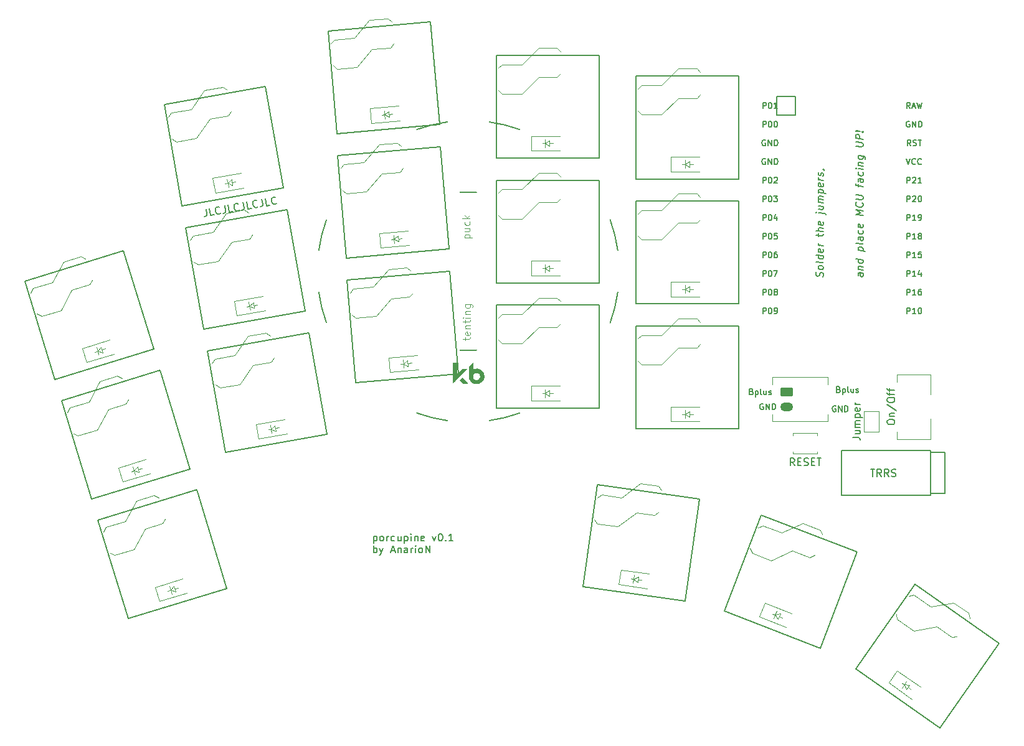
<source format=gbr>
%TF.GenerationSoftware,KiCad,Pcbnew,7.0.5*%
%TF.CreationDate,2024-04-29T22:33:29+02:00*%
%TF.ProjectId,porcupine,706f7263-7570-4696-9e65-2e6b69636164,v0.0.1*%
%TF.SameCoordinates,Original*%
%TF.FileFunction,Legend,Top*%
%TF.FilePolarity,Positive*%
%FSLAX46Y46*%
G04 Gerber Fmt 4.6, Leading zero omitted, Abs format (unit mm)*
G04 Created by KiCad (PCBNEW 7.0.5) date 2024-04-29 22:33:29*
%MOMM*%
%LPD*%
G01*
G04 APERTURE LIST*
G04 Aperture macros list*
%AMRoundRect*
0 Rectangle with rounded corners*
0 $1 Rounding radius*
0 $2 $3 $4 $5 $6 $7 $8 $9 X,Y pos of 4 corners*
0 Add a 4 corners polygon primitive as box body*
4,1,4,$2,$3,$4,$5,$6,$7,$8,$9,$2,$3,0*
0 Add four circle primitives for the rounded corners*
1,1,$1+$1,$2,$3*
1,1,$1+$1,$4,$5*
1,1,$1+$1,$6,$7*
1,1,$1+$1,$8,$9*
0 Add four rect primitives between the rounded corners*
20,1,$1+$1,$2,$3,$4,$5,0*
20,1,$1+$1,$4,$5,$6,$7,0*
20,1,$1+$1,$6,$7,$8,$9,0*
20,1,$1+$1,$8,$9,$2,$3,0*%
G04 Aperture macros list end*
%ADD10C,0.150000*%
%ADD11C,0.100000*%
%ADD12C,0.120000*%
%ADD13C,0.200000*%
%ADD14C,0.010000*%
%ADD15RoundRect,0.250000X-0.625000X-0.350000X0.625000X-0.350000X0.625000X0.350000X-0.625000X0.350000X0*%
%ADD16O,1.750000X1.200000*%
G04 APERTURE END LIST*
D10*
X180949850Y-103762222D02*
X181073885Y-104465656D01*
X181073885Y-104465656D02*
X181051796Y-104614612D01*
X181051796Y-104614612D02*
X180974543Y-104724941D01*
X180974543Y-104724941D02*
X180842125Y-104796644D01*
X180842125Y-104796644D02*
X180748334Y-104813182D01*
X182061411Y-104581651D02*
X181592455Y-104664340D01*
X181592455Y-104664340D02*
X181418807Y-103679533D01*
X182935890Y-104330749D02*
X182897263Y-104385914D01*
X182897263Y-104385914D02*
X182764845Y-104457616D01*
X182764845Y-104457616D02*
X182671054Y-104474154D01*
X182671054Y-104474154D02*
X182522098Y-104452065D01*
X182522098Y-104452065D02*
X182411769Y-104374812D01*
X182411769Y-104374812D02*
X182348335Y-104289290D01*
X182348335Y-104289290D02*
X182268364Y-104109976D01*
X182268364Y-104109976D02*
X182243557Y-103969290D01*
X182243557Y-103969290D02*
X182257377Y-103773438D01*
X182257377Y-103773438D02*
X182287735Y-103671378D01*
X182287735Y-103671378D02*
X182364988Y-103561049D01*
X182364988Y-103561049D02*
X182497406Y-103489346D01*
X182497406Y-103489346D02*
X182591197Y-103472809D01*
X182591197Y-103472809D02*
X182740153Y-103494897D01*
X182740153Y-103494897D02*
X182795317Y-103533524D01*
X183482213Y-103315698D02*
X183606248Y-104019132D01*
X183606248Y-104019132D02*
X183584159Y-104168088D01*
X183584159Y-104168088D02*
X183506906Y-104278417D01*
X183506906Y-104278417D02*
X183374488Y-104350120D01*
X183374488Y-104350120D02*
X183280697Y-104366658D01*
X184593774Y-104135127D02*
X184124818Y-104217816D01*
X184124818Y-104217816D02*
X183951170Y-103233009D01*
X185468253Y-103884225D02*
X185429626Y-103939390D01*
X185429626Y-103939390D02*
X185297208Y-104011092D01*
X185297208Y-104011092D02*
X185203417Y-104027630D01*
X185203417Y-104027630D02*
X185054461Y-104005541D01*
X185054461Y-104005541D02*
X184944132Y-103928288D01*
X184944132Y-103928288D02*
X184880699Y-103842766D01*
X184880699Y-103842766D02*
X184800727Y-103663452D01*
X184800727Y-103663452D02*
X184775920Y-103522766D01*
X184775920Y-103522766D02*
X184789740Y-103326914D01*
X184789740Y-103326914D02*
X184820098Y-103224854D01*
X184820098Y-103224854D02*
X184897351Y-103114525D01*
X184897351Y-103114525D02*
X185029769Y-103042822D01*
X185029769Y-103042822D02*
X185123560Y-103026285D01*
X185123560Y-103026285D02*
X185272516Y-103048373D01*
X185272516Y-103048373D02*
X185327681Y-103087000D01*
X186014577Y-102869174D02*
X186138611Y-103572608D01*
X186138611Y-103572608D02*
X186116522Y-103721564D01*
X186116522Y-103721564D02*
X186039269Y-103831893D01*
X186039269Y-103831893D02*
X185906851Y-103903596D01*
X185906851Y-103903596D02*
X185813060Y-103920134D01*
X187126137Y-103688603D02*
X186657181Y-103771292D01*
X186657181Y-103771292D02*
X186483533Y-102786485D01*
X188000616Y-103437701D02*
X187961989Y-103492866D01*
X187961989Y-103492866D02*
X187829572Y-103564568D01*
X187829572Y-103564568D02*
X187735780Y-103581106D01*
X187735780Y-103581106D02*
X187586825Y-103559018D01*
X187586825Y-103559018D02*
X187476495Y-103481764D01*
X187476495Y-103481764D02*
X187413062Y-103396242D01*
X187413062Y-103396242D02*
X187333090Y-103216929D01*
X187333090Y-103216929D02*
X187308284Y-103076242D01*
X187308284Y-103076242D02*
X187322103Y-102880390D01*
X187322103Y-102880390D02*
X187352461Y-102778330D01*
X187352461Y-102778330D02*
X187429714Y-102668001D01*
X187429714Y-102668001D02*
X187562132Y-102596299D01*
X187562132Y-102596299D02*
X187655923Y-102579761D01*
X187655923Y-102579761D02*
X187804879Y-102601849D01*
X187804879Y-102601849D02*
X187860044Y-102640476D01*
X188546940Y-102422650D02*
X188670974Y-103126084D01*
X188670974Y-103126084D02*
X188648886Y-103275040D01*
X188648886Y-103275040D02*
X188571632Y-103385369D01*
X188571632Y-103385369D02*
X188439214Y-103457072D01*
X188439214Y-103457072D02*
X188345423Y-103473610D01*
X189658500Y-103242079D02*
X189189544Y-103324768D01*
X189189544Y-103324768D02*
X189015896Y-102339961D01*
X190532979Y-102991177D02*
X190494353Y-103046342D01*
X190494353Y-103046342D02*
X190361935Y-103118044D01*
X190361935Y-103118044D02*
X190268144Y-103134582D01*
X190268144Y-103134582D02*
X190119188Y-103112494D01*
X190119188Y-103112494D02*
X190008859Y-103035240D01*
X190008859Y-103035240D02*
X189945425Y-102949718D01*
X189945425Y-102949718D02*
X189865454Y-102770405D01*
X189865454Y-102770405D02*
X189840647Y-102629718D01*
X189840647Y-102629718D02*
X189854467Y-102433866D01*
X189854467Y-102433866D02*
X189884824Y-102331806D01*
X189884824Y-102331806D02*
X189962078Y-102221477D01*
X189962078Y-102221477D02*
X190094495Y-102149775D01*
X190094495Y-102149775D02*
X190188287Y-102133237D01*
X190188287Y-102133237D02*
X190337242Y-102155325D01*
X190337242Y-102155325D02*
X190392407Y-102193952D01*
X203736779Y-148283152D02*
X203736779Y-149283152D01*
X203736779Y-148330771D02*
X203832017Y-148283152D01*
X203832017Y-148283152D02*
X204022493Y-148283152D01*
X204022493Y-148283152D02*
X204117731Y-148330771D01*
X204117731Y-148330771D02*
X204165350Y-148378390D01*
X204165350Y-148378390D02*
X204212969Y-148473628D01*
X204212969Y-148473628D02*
X204212969Y-148759342D01*
X204212969Y-148759342D02*
X204165350Y-148854580D01*
X204165350Y-148854580D02*
X204117731Y-148902200D01*
X204117731Y-148902200D02*
X204022493Y-148949819D01*
X204022493Y-148949819D02*
X203832017Y-148949819D01*
X203832017Y-148949819D02*
X203736779Y-148902200D01*
X204784398Y-148949819D02*
X204689160Y-148902200D01*
X204689160Y-148902200D02*
X204641541Y-148854580D01*
X204641541Y-148854580D02*
X204593922Y-148759342D01*
X204593922Y-148759342D02*
X204593922Y-148473628D01*
X204593922Y-148473628D02*
X204641541Y-148378390D01*
X204641541Y-148378390D02*
X204689160Y-148330771D01*
X204689160Y-148330771D02*
X204784398Y-148283152D01*
X204784398Y-148283152D02*
X204927255Y-148283152D01*
X204927255Y-148283152D02*
X205022493Y-148330771D01*
X205022493Y-148330771D02*
X205070112Y-148378390D01*
X205070112Y-148378390D02*
X205117731Y-148473628D01*
X205117731Y-148473628D02*
X205117731Y-148759342D01*
X205117731Y-148759342D02*
X205070112Y-148854580D01*
X205070112Y-148854580D02*
X205022493Y-148902200D01*
X205022493Y-148902200D02*
X204927255Y-148949819D01*
X204927255Y-148949819D02*
X204784398Y-148949819D01*
X205546303Y-148949819D02*
X205546303Y-148283152D01*
X205546303Y-148473628D02*
X205593922Y-148378390D01*
X205593922Y-148378390D02*
X205641541Y-148330771D01*
X205641541Y-148330771D02*
X205736779Y-148283152D01*
X205736779Y-148283152D02*
X205832017Y-148283152D01*
X206593922Y-148902200D02*
X206498684Y-148949819D01*
X206498684Y-148949819D02*
X206308208Y-148949819D01*
X206308208Y-148949819D02*
X206212970Y-148902200D01*
X206212970Y-148902200D02*
X206165351Y-148854580D01*
X206165351Y-148854580D02*
X206117732Y-148759342D01*
X206117732Y-148759342D02*
X206117732Y-148473628D01*
X206117732Y-148473628D02*
X206165351Y-148378390D01*
X206165351Y-148378390D02*
X206212970Y-148330771D01*
X206212970Y-148330771D02*
X206308208Y-148283152D01*
X206308208Y-148283152D02*
X206498684Y-148283152D01*
X206498684Y-148283152D02*
X206593922Y-148330771D01*
X207451065Y-148283152D02*
X207451065Y-148949819D01*
X207022494Y-148283152D02*
X207022494Y-148806961D01*
X207022494Y-148806961D02*
X207070113Y-148902200D01*
X207070113Y-148902200D02*
X207165351Y-148949819D01*
X207165351Y-148949819D02*
X207308208Y-148949819D01*
X207308208Y-148949819D02*
X207403446Y-148902200D01*
X207403446Y-148902200D02*
X207451065Y-148854580D01*
X207927256Y-148283152D02*
X207927256Y-149283152D01*
X207927256Y-148330771D02*
X208022494Y-148283152D01*
X208022494Y-148283152D02*
X208212970Y-148283152D01*
X208212970Y-148283152D02*
X208308208Y-148330771D01*
X208308208Y-148330771D02*
X208355827Y-148378390D01*
X208355827Y-148378390D02*
X208403446Y-148473628D01*
X208403446Y-148473628D02*
X208403446Y-148759342D01*
X208403446Y-148759342D02*
X208355827Y-148854580D01*
X208355827Y-148854580D02*
X208308208Y-148902200D01*
X208308208Y-148902200D02*
X208212970Y-148949819D01*
X208212970Y-148949819D02*
X208022494Y-148949819D01*
X208022494Y-148949819D02*
X207927256Y-148902200D01*
X208832018Y-148949819D02*
X208832018Y-148283152D01*
X208832018Y-147949819D02*
X208784399Y-147997438D01*
X208784399Y-147997438D02*
X208832018Y-148045057D01*
X208832018Y-148045057D02*
X208879637Y-147997438D01*
X208879637Y-147997438D02*
X208832018Y-147949819D01*
X208832018Y-147949819D02*
X208832018Y-148045057D01*
X209308208Y-148283152D02*
X209308208Y-148949819D01*
X209308208Y-148378390D02*
X209355827Y-148330771D01*
X209355827Y-148330771D02*
X209451065Y-148283152D01*
X209451065Y-148283152D02*
X209593922Y-148283152D01*
X209593922Y-148283152D02*
X209689160Y-148330771D01*
X209689160Y-148330771D02*
X209736779Y-148426009D01*
X209736779Y-148426009D02*
X209736779Y-148949819D01*
X210593922Y-148902200D02*
X210498684Y-148949819D01*
X210498684Y-148949819D02*
X210308208Y-148949819D01*
X210308208Y-148949819D02*
X210212970Y-148902200D01*
X210212970Y-148902200D02*
X210165351Y-148806961D01*
X210165351Y-148806961D02*
X210165351Y-148426009D01*
X210165351Y-148426009D02*
X210212970Y-148330771D01*
X210212970Y-148330771D02*
X210308208Y-148283152D01*
X210308208Y-148283152D02*
X210498684Y-148283152D01*
X210498684Y-148283152D02*
X210593922Y-148330771D01*
X210593922Y-148330771D02*
X210641541Y-148426009D01*
X210641541Y-148426009D02*
X210641541Y-148521247D01*
X210641541Y-148521247D02*
X210165351Y-148616485D01*
X211736780Y-148283152D02*
X211974875Y-148949819D01*
X211974875Y-148949819D02*
X212212970Y-148283152D01*
X212784399Y-147949819D02*
X212879637Y-147949819D01*
X212879637Y-147949819D02*
X212974875Y-147997438D01*
X212974875Y-147997438D02*
X213022494Y-148045057D01*
X213022494Y-148045057D02*
X213070113Y-148140295D01*
X213070113Y-148140295D02*
X213117732Y-148330771D01*
X213117732Y-148330771D02*
X213117732Y-148568866D01*
X213117732Y-148568866D02*
X213070113Y-148759342D01*
X213070113Y-148759342D02*
X213022494Y-148854580D01*
X213022494Y-148854580D02*
X212974875Y-148902200D01*
X212974875Y-148902200D02*
X212879637Y-148949819D01*
X212879637Y-148949819D02*
X212784399Y-148949819D01*
X212784399Y-148949819D02*
X212689161Y-148902200D01*
X212689161Y-148902200D02*
X212641542Y-148854580D01*
X212641542Y-148854580D02*
X212593923Y-148759342D01*
X212593923Y-148759342D02*
X212546304Y-148568866D01*
X212546304Y-148568866D02*
X212546304Y-148330771D01*
X212546304Y-148330771D02*
X212593923Y-148140295D01*
X212593923Y-148140295D02*
X212641542Y-148045057D01*
X212641542Y-148045057D02*
X212689161Y-147997438D01*
X212689161Y-147997438D02*
X212784399Y-147949819D01*
X213546304Y-148854580D02*
X213593923Y-148902200D01*
X213593923Y-148902200D02*
X213546304Y-148949819D01*
X213546304Y-148949819D02*
X213498685Y-148902200D01*
X213498685Y-148902200D02*
X213546304Y-148854580D01*
X213546304Y-148854580D02*
X213546304Y-148949819D01*
X214546303Y-148949819D02*
X213974875Y-148949819D01*
X214260589Y-148949819D02*
X214260589Y-147949819D01*
X214260589Y-147949819D02*
X214165351Y-148092676D01*
X214165351Y-148092676D02*
X214070113Y-148187914D01*
X214070113Y-148187914D02*
X213974875Y-148235533D01*
X203736779Y-150559819D02*
X203736779Y-149559819D01*
X203736779Y-149940771D02*
X203832017Y-149893152D01*
X203832017Y-149893152D02*
X204022493Y-149893152D01*
X204022493Y-149893152D02*
X204117731Y-149940771D01*
X204117731Y-149940771D02*
X204165350Y-149988390D01*
X204165350Y-149988390D02*
X204212969Y-150083628D01*
X204212969Y-150083628D02*
X204212969Y-150369342D01*
X204212969Y-150369342D02*
X204165350Y-150464580D01*
X204165350Y-150464580D02*
X204117731Y-150512200D01*
X204117731Y-150512200D02*
X204022493Y-150559819D01*
X204022493Y-150559819D02*
X203832017Y-150559819D01*
X203832017Y-150559819D02*
X203736779Y-150512200D01*
X204546303Y-149893152D02*
X204784398Y-150559819D01*
X205022493Y-149893152D02*
X204784398Y-150559819D01*
X204784398Y-150559819D02*
X204689160Y-150797914D01*
X204689160Y-150797914D02*
X204641541Y-150845533D01*
X204641541Y-150845533D02*
X204546303Y-150893152D01*
X206117732Y-150274104D02*
X206593922Y-150274104D01*
X206022494Y-150559819D02*
X206355827Y-149559819D01*
X206355827Y-149559819D02*
X206689160Y-150559819D01*
X207022494Y-149893152D02*
X207022494Y-150559819D01*
X207022494Y-149988390D02*
X207070113Y-149940771D01*
X207070113Y-149940771D02*
X207165351Y-149893152D01*
X207165351Y-149893152D02*
X207308208Y-149893152D01*
X207308208Y-149893152D02*
X207403446Y-149940771D01*
X207403446Y-149940771D02*
X207451065Y-150036009D01*
X207451065Y-150036009D02*
X207451065Y-150559819D01*
X208355827Y-150559819D02*
X208355827Y-150036009D01*
X208355827Y-150036009D02*
X208308208Y-149940771D01*
X208308208Y-149940771D02*
X208212970Y-149893152D01*
X208212970Y-149893152D02*
X208022494Y-149893152D01*
X208022494Y-149893152D02*
X207927256Y-149940771D01*
X208355827Y-150512200D02*
X208260589Y-150559819D01*
X208260589Y-150559819D02*
X208022494Y-150559819D01*
X208022494Y-150559819D02*
X207927256Y-150512200D01*
X207927256Y-150512200D02*
X207879637Y-150416961D01*
X207879637Y-150416961D02*
X207879637Y-150321723D01*
X207879637Y-150321723D02*
X207927256Y-150226485D01*
X207927256Y-150226485D02*
X208022494Y-150178866D01*
X208022494Y-150178866D02*
X208260589Y-150178866D01*
X208260589Y-150178866D02*
X208355827Y-150131247D01*
X208832018Y-150559819D02*
X208832018Y-149893152D01*
X208832018Y-150083628D02*
X208879637Y-149988390D01*
X208879637Y-149988390D02*
X208927256Y-149940771D01*
X208927256Y-149940771D02*
X209022494Y-149893152D01*
X209022494Y-149893152D02*
X209117732Y-149893152D01*
X209451066Y-150559819D02*
X209451066Y-149893152D01*
X209451066Y-149559819D02*
X209403447Y-149607438D01*
X209403447Y-149607438D02*
X209451066Y-149655057D01*
X209451066Y-149655057D02*
X209498685Y-149607438D01*
X209498685Y-149607438D02*
X209451066Y-149559819D01*
X209451066Y-149559819D02*
X209451066Y-149655057D01*
X210070113Y-150559819D02*
X209974875Y-150512200D01*
X209974875Y-150512200D02*
X209927256Y-150464580D01*
X209927256Y-150464580D02*
X209879637Y-150369342D01*
X209879637Y-150369342D02*
X209879637Y-150083628D01*
X209879637Y-150083628D02*
X209927256Y-149988390D01*
X209927256Y-149988390D02*
X209974875Y-149940771D01*
X209974875Y-149940771D02*
X210070113Y-149893152D01*
X210070113Y-149893152D02*
X210212970Y-149893152D01*
X210212970Y-149893152D02*
X210308208Y-149940771D01*
X210308208Y-149940771D02*
X210355827Y-149988390D01*
X210355827Y-149988390D02*
X210403446Y-150083628D01*
X210403446Y-150083628D02*
X210403446Y-150369342D01*
X210403446Y-150369342D02*
X210355827Y-150464580D01*
X210355827Y-150464580D02*
X210308208Y-150512200D01*
X210308208Y-150512200D02*
X210212970Y-150559819D01*
X210212970Y-150559819D02*
X210070113Y-150559819D01*
X210832018Y-150559819D02*
X210832018Y-149559819D01*
X210832018Y-149559819D02*
X211403446Y-150559819D01*
X211403446Y-150559819D02*
X211403446Y-149559819D01*
X264818287Y-112994356D02*
X264865906Y-112857452D01*
X264865906Y-112857452D02*
X264865906Y-112619356D01*
X264865906Y-112619356D02*
X264818287Y-112518166D01*
X264818287Y-112518166D02*
X264770667Y-112464594D01*
X264770667Y-112464594D02*
X264675429Y-112405071D01*
X264675429Y-112405071D02*
X264580191Y-112393166D01*
X264580191Y-112393166D02*
X264484953Y-112428880D01*
X264484953Y-112428880D02*
X264437334Y-112470547D01*
X264437334Y-112470547D02*
X264389715Y-112559833D01*
X264389715Y-112559833D02*
X264342096Y-112744356D01*
X264342096Y-112744356D02*
X264294477Y-112833642D01*
X264294477Y-112833642D02*
X264246858Y-112875309D01*
X264246858Y-112875309D02*
X264151620Y-112911023D01*
X264151620Y-112911023D02*
X264056382Y-112899118D01*
X264056382Y-112899118D02*
X263961144Y-112839594D01*
X263961144Y-112839594D02*
X263913525Y-112786023D01*
X263913525Y-112786023D02*
X263865906Y-112684833D01*
X263865906Y-112684833D02*
X263865906Y-112446737D01*
X263865906Y-112446737D02*
X263913525Y-112309833D01*
X264865906Y-111857452D02*
X264818287Y-111946737D01*
X264818287Y-111946737D02*
X264770667Y-111988404D01*
X264770667Y-111988404D02*
X264675429Y-112024118D01*
X264675429Y-112024118D02*
X264389715Y-111988404D01*
X264389715Y-111988404D02*
X264294477Y-111928880D01*
X264294477Y-111928880D02*
X264246858Y-111875309D01*
X264246858Y-111875309D02*
X264199239Y-111774118D01*
X264199239Y-111774118D02*
X264199239Y-111631261D01*
X264199239Y-111631261D02*
X264246858Y-111541975D01*
X264246858Y-111541975D02*
X264294477Y-111500309D01*
X264294477Y-111500309D02*
X264389715Y-111464594D01*
X264389715Y-111464594D02*
X264675429Y-111500309D01*
X264675429Y-111500309D02*
X264770667Y-111559832D01*
X264770667Y-111559832D02*
X264818287Y-111613404D01*
X264818287Y-111613404D02*
X264865906Y-111714594D01*
X264865906Y-111714594D02*
X264865906Y-111857452D01*
X264865906Y-110952690D02*
X264818287Y-111041975D01*
X264818287Y-111041975D02*
X264723048Y-111077690D01*
X264723048Y-111077690D02*
X263865906Y-110970547D01*
X264865906Y-110143165D02*
X263865906Y-110018165D01*
X264818287Y-110137213D02*
X264865906Y-110238403D01*
X264865906Y-110238403D02*
X264865906Y-110428880D01*
X264865906Y-110428880D02*
X264818287Y-110518165D01*
X264818287Y-110518165D02*
X264770667Y-110559832D01*
X264770667Y-110559832D02*
X264675429Y-110595546D01*
X264675429Y-110595546D02*
X264389715Y-110559832D01*
X264389715Y-110559832D02*
X264294477Y-110500308D01*
X264294477Y-110500308D02*
X264246858Y-110446737D01*
X264246858Y-110446737D02*
X264199239Y-110345546D01*
X264199239Y-110345546D02*
X264199239Y-110155070D01*
X264199239Y-110155070D02*
X264246858Y-110065784D01*
X264818287Y-109280070D02*
X264865906Y-109381260D01*
X264865906Y-109381260D02*
X264865906Y-109571737D01*
X264865906Y-109571737D02*
X264818287Y-109661022D01*
X264818287Y-109661022D02*
X264723048Y-109696737D01*
X264723048Y-109696737D02*
X264342096Y-109649118D01*
X264342096Y-109649118D02*
X264246858Y-109589594D01*
X264246858Y-109589594D02*
X264199239Y-109488403D01*
X264199239Y-109488403D02*
X264199239Y-109297927D01*
X264199239Y-109297927D02*
X264246858Y-109208641D01*
X264246858Y-109208641D02*
X264342096Y-109172927D01*
X264342096Y-109172927D02*
X264437334Y-109184832D01*
X264437334Y-109184832D02*
X264532572Y-109672927D01*
X264865906Y-108809832D02*
X264199239Y-108726498D01*
X264389715Y-108750308D02*
X264294477Y-108690784D01*
X264294477Y-108690784D02*
X264246858Y-108637213D01*
X264246858Y-108637213D02*
X264199239Y-108536022D01*
X264199239Y-108536022D02*
X264199239Y-108440784D01*
X264199239Y-107488402D02*
X264199239Y-107107450D01*
X263865906Y-107303879D02*
X264723048Y-107411022D01*
X264723048Y-107411022D02*
X264818287Y-107375307D01*
X264818287Y-107375307D02*
X264865906Y-107286022D01*
X264865906Y-107286022D02*
X264865906Y-107190783D01*
X264865906Y-106857450D02*
X263865906Y-106732450D01*
X264865906Y-106428878D02*
X264342096Y-106363402D01*
X264342096Y-106363402D02*
X264246858Y-106399116D01*
X264246858Y-106399116D02*
X264199239Y-106488402D01*
X264199239Y-106488402D02*
X264199239Y-106631259D01*
X264199239Y-106631259D02*
X264246858Y-106732450D01*
X264246858Y-106732450D02*
X264294477Y-106786021D01*
X264818287Y-105565783D02*
X264865906Y-105666973D01*
X264865906Y-105666973D02*
X264865906Y-105857450D01*
X264865906Y-105857450D02*
X264818287Y-105946735D01*
X264818287Y-105946735D02*
X264723048Y-105982450D01*
X264723048Y-105982450D02*
X264342096Y-105934831D01*
X264342096Y-105934831D02*
X264246858Y-105875307D01*
X264246858Y-105875307D02*
X264199239Y-105774116D01*
X264199239Y-105774116D02*
X264199239Y-105583640D01*
X264199239Y-105583640D02*
X264246858Y-105494354D01*
X264246858Y-105494354D02*
X264342096Y-105458640D01*
X264342096Y-105458640D02*
X264437334Y-105470545D01*
X264437334Y-105470545D02*
X264532572Y-105958640D01*
X264199239Y-104250306D02*
X265056382Y-104357449D01*
X265056382Y-104357449D02*
X265151620Y-104416973D01*
X265151620Y-104416973D02*
X265199239Y-104518163D01*
X265199239Y-104518163D02*
X265199239Y-104565783D01*
X263865906Y-104208640D02*
X263913525Y-104262211D01*
X263913525Y-104262211D02*
X263961144Y-104220544D01*
X263961144Y-104220544D02*
X263913525Y-104166973D01*
X263913525Y-104166973D02*
X263865906Y-104208640D01*
X263865906Y-104208640D02*
X263961144Y-104220544D01*
X264199239Y-103345545D02*
X264865906Y-103428878D01*
X264199239Y-103774116D02*
X264723048Y-103839593D01*
X264723048Y-103839593D02*
X264818287Y-103803878D01*
X264818287Y-103803878D02*
X264865906Y-103714593D01*
X264865906Y-103714593D02*
X264865906Y-103571735D01*
X264865906Y-103571735D02*
X264818287Y-103470545D01*
X264818287Y-103470545D02*
X264770667Y-103416973D01*
X264865906Y-102952688D02*
X264199239Y-102869354D01*
X264294477Y-102881259D02*
X264246858Y-102827688D01*
X264246858Y-102827688D02*
X264199239Y-102726497D01*
X264199239Y-102726497D02*
X264199239Y-102583640D01*
X264199239Y-102583640D02*
X264246858Y-102494354D01*
X264246858Y-102494354D02*
X264342096Y-102458640D01*
X264342096Y-102458640D02*
X264865906Y-102524116D01*
X264342096Y-102458640D02*
X264246858Y-102399116D01*
X264246858Y-102399116D02*
X264199239Y-102297926D01*
X264199239Y-102297926D02*
X264199239Y-102155069D01*
X264199239Y-102155069D02*
X264246858Y-102065783D01*
X264246858Y-102065783D02*
X264342096Y-102030069D01*
X264342096Y-102030069D02*
X264865906Y-102095545D01*
X264199239Y-101536021D02*
X265199239Y-101661021D01*
X264246858Y-101541974D02*
X264199239Y-101440783D01*
X264199239Y-101440783D02*
X264199239Y-101250307D01*
X264199239Y-101250307D02*
X264246858Y-101161021D01*
X264246858Y-101161021D02*
X264294477Y-101119355D01*
X264294477Y-101119355D02*
X264389715Y-101083640D01*
X264389715Y-101083640D02*
X264675429Y-101119355D01*
X264675429Y-101119355D02*
X264770667Y-101178878D01*
X264770667Y-101178878D02*
X264818287Y-101232450D01*
X264818287Y-101232450D02*
X264865906Y-101333640D01*
X264865906Y-101333640D02*
X264865906Y-101524117D01*
X264865906Y-101524117D02*
X264818287Y-101613402D01*
X264818287Y-100327688D02*
X264865906Y-100428878D01*
X264865906Y-100428878D02*
X264865906Y-100619355D01*
X264865906Y-100619355D02*
X264818287Y-100708640D01*
X264818287Y-100708640D02*
X264723048Y-100744355D01*
X264723048Y-100744355D02*
X264342096Y-100696736D01*
X264342096Y-100696736D02*
X264246858Y-100637212D01*
X264246858Y-100637212D02*
X264199239Y-100536021D01*
X264199239Y-100536021D02*
X264199239Y-100345545D01*
X264199239Y-100345545D02*
X264246858Y-100256259D01*
X264246858Y-100256259D02*
X264342096Y-100220545D01*
X264342096Y-100220545D02*
X264437334Y-100232450D01*
X264437334Y-100232450D02*
X264532572Y-100720545D01*
X264865906Y-99857450D02*
X264199239Y-99774116D01*
X264389715Y-99797926D02*
X264294477Y-99738402D01*
X264294477Y-99738402D02*
X264246858Y-99684831D01*
X264246858Y-99684831D02*
X264199239Y-99583640D01*
X264199239Y-99583640D02*
X264199239Y-99488402D01*
X264818287Y-99280068D02*
X264865906Y-99190783D01*
X264865906Y-99190783D02*
X264865906Y-99000306D01*
X264865906Y-99000306D02*
X264818287Y-98899116D01*
X264818287Y-98899116D02*
X264723048Y-98839592D01*
X264723048Y-98839592D02*
X264675429Y-98833640D01*
X264675429Y-98833640D02*
X264580191Y-98869354D01*
X264580191Y-98869354D02*
X264532572Y-98958640D01*
X264532572Y-98958640D02*
X264532572Y-99101497D01*
X264532572Y-99101497D02*
X264484953Y-99190783D01*
X264484953Y-99190783D02*
X264389715Y-99226497D01*
X264389715Y-99226497D02*
X264342096Y-99220545D01*
X264342096Y-99220545D02*
X264246858Y-99161021D01*
X264246858Y-99161021D02*
X264199239Y-99059830D01*
X264199239Y-99059830D02*
X264199239Y-98916973D01*
X264199239Y-98916973D02*
X264246858Y-98827687D01*
X264818287Y-98375306D02*
X264865906Y-98381259D01*
X264865906Y-98381259D02*
X264961144Y-98440782D01*
X264961144Y-98440782D02*
X265008763Y-98494354D01*
X270265906Y-112524118D02*
X269742096Y-112458642D01*
X269742096Y-112458642D02*
X269646858Y-112494356D01*
X269646858Y-112494356D02*
X269599239Y-112583642D01*
X269599239Y-112583642D02*
X269599239Y-112774118D01*
X269599239Y-112774118D02*
X269646858Y-112875309D01*
X270218287Y-112518166D02*
X270265906Y-112619356D01*
X270265906Y-112619356D02*
X270265906Y-112857452D01*
X270265906Y-112857452D02*
X270218287Y-112946737D01*
X270218287Y-112946737D02*
X270123048Y-112982452D01*
X270123048Y-112982452D02*
X270027810Y-112970547D01*
X270027810Y-112970547D02*
X269932572Y-112911023D01*
X269932572Y-112911023D02*
X269884953Y-112809833D01*
X269884953Y-112809833D02*
X269884953Y-112571737D01*
X269884953Y-112571737D02*
X269837334Y-112470547D01*
X269599239Y-111964594D02*
X270265906Y-112047928D01*
X269694477Y-111976499D02*
X269646858Y-111922928D01*
X269646858Y-111922928D02*
X269599239Y-111821737D01*
X269599239Y-111821737D02*
X269599239Y-111678880D01*
X269599239Y-111678880D02*
X269646858Y-111589594D01*
X269646858Y-111589594D02*
X269742096Y-111553880D01*
X269742096Y-111553880D02*
X270265906Y-111619356D01*
X270265906Y-110714594D02*
X269265906Y-110589594D01*
X270218287Y-110708642D02*
X270265906Y-110809832D01*
X270265906Y-110809832D02*
X270265906Y-111000309D01*
X270265906Y-111000309D02*
X270218287Y-111089594D01*
X270218287Y-111089594D02*
X270170667Y-111131261D01*
X270170667Y-111131261D02*
X270075429Y-111166975D01*
X270075429Y-111166975D02*
X269789715Y-111131261D01*
X269789715Y-111131261D02*
X269694477Y-111071737D01*
X269694477Y-111071737D02*
X269646858Y-111018166D01*
X269646858Y-111018166D02*
X269599239Y-110916975D01*
X269599239Y-110916975D02*
X269599239Y-110726499D01*
X269599239Y-110726499D02*
X269646858Y-110637213D01*
X269599239Y-109393165D02*
X270599239Y-109518165D01*
X269646858Y-109399118D02*
X269599239Y-109297927D01*
X269599239Y-109297927D02*
X269599239Y-109107451D01*
X269599239Y-109107451D02*
X269646858Y-109018165D01*
X269646858Y-109018165D02*
X269694477Y-108976499D01*
X269694477Y-108976499D02*
X269789715Y-108940784D01*
X269789715Y-108940784D02*
X270075429Y-108976499D01*
X270075429Y-108976499D02*
X270170667Y-109036022D01*
X270170667Y-109036022D02*
X270218287Y-109089594D01*
X270218287Y-109089594D02*
X270265906Y-109190784D01*
X270265906Y-109190784D02*
X270265906Y-109381261D01*
X270265906Y-109381261D02*
X270218287Y-109470546D01*
X270265906Y-108428880D02*
X270218287Y-108518165D01*
X270218287Y-108518165D02*
X270123048Y-108553880D01*
X270123048Y-108553880D02*
X269265906Y-108446737D01*
X270265906Y-107619355D02*
X269742096Y-107553879D01*
X269742096Y-107553879D02*
X269646858Y-107589593D01*
X269646858Y-107589593D02*
X269599239Y-107678879D01*
X269599239Y-107678879D02*
X269599239Y-107869355D01*
X269599239Y-107869355D02*
X269646858Y-107970546D01*
X270218287Y-107613403D02*
X270265906Y-107714593D01*
X270265906Y-107714593D02*
X270265906Y-107952689D01*
X270265906Y-107952689D02*
X270218287Y-108041974D01*
X270218287Y-108041974D02*
X270123048Y-108077689D01*
X270123048Y-108077689D02*
X270027810Y-108065784D01*
X270027810Y-108065784D02*
X269932572Y-108006260D01*
X269932572Y-108006260D02*
X269884953Y-107905070D01*
X269884953Y-107905070D02*
X269884953Y-107666974D01*
X269884953Y-107666974D02*
X269837334Y-107565784D01*
X270218287Y-106708641D02*
X270265906Y-106809831D01*
X270265906Y-106809831D02*
X270265906Y-107000308D01*
X270265906Y-107000308D02*
X270218287Y-107089593D01*
X270218287Y-107089593D02*
X270170667Y-107131260D01*
X270170667Y-107131260D02*
X270075429Y-107166974D01*
X270075429Y-107166974D02*
X269789715Y-107131260D01*
X269789715Y-107131260D02*
X269694477Y-107071736D01*
X269694477Y-107071736D02*
X269646858Y-107018165D01*
X269646858Y-107018165D02*
X269599239Y-106916974D01*
X269599239Y-106916974D02*
X269599239Y-106726498D01*
X269599239Y-106726498D02*
X269646858Y-106637212D01*
X270218287Y-105899117D02*
X270265906Y-106000307D01*
X270265906Y-106000307D02*
X270265906Y-106190784D01*
X270265906Y-106190784D02*
X270218287Y-106280069D01*
X270218287Y-106280069D02*
X270123048Y-106315784D01*
X270123048Y-106315784D02*
X269742096Y-106268165D01*
X269742096Y-106268165D02*
X269646858Y-106208641D01*
X269646858Y-106208641D02*
X269599239Y-106107450D01*
X269599239Y-106107450D02*
X269599239Y-105916974D01*
X269599239Y-105916974D02*
X269646858Y-105827688D01*
X269646858Y-105827688D02*
X269742096Y-105791974D01*
X269742096Y-105791974D02*
X269837334Y-105803879D01*
X269837334Y-105803879D02*
X269932572Y-106291974D01*
X270265906Y-104666974D02*
X269265906Y-104541974D01*
X269265906Y-104541974D02*
X269980191Y-104297926D01*
X269980191Y-104297926D02*
X269265906Y-103875307D01*
X269265906Y-103875307D02*
X270265906Y-104000307D01*
X270170667Y-102940783D02*
X270218287Y-102994355D01*
X270218287Y-102994355D02*
X270265906Y-103143164D01*
X270265906Y-103143164D02*
X270265906Y-103238402D01*
X270265906Y-103238402D02*
X270218287Y-103375307D01*
X270218287Y-103375307D02*
X270123048Y-103458640D01*
X270123048Y-103458640D02*
X270027810Y-103494355D01*
X270027810Y-103494355D02*
X269837334Y-103518164D01*
X269837334Y-103518164D02*
X269694477Y-103500307D01*
X269694477Y-103500307D02*
X269504001Y-103428879D01*
X269504001Y-103428879D02*
X269408763Y-103369355D01*
X269408763Y-103369355D02*
X269313525Y-103262212D01*
X269313525Y-103262212D02*
X269265906Y-103113402D01*
X269265906Y-103113402D02*
X269265906Y-103018164D01*
X269265906Y-103018164D02*
X269313525Y-102881260D01*
X269313525Y-102881260D02*
X269361144Y-102839593D01*
X269265906Y-102399117D02*
X270075429Y-102500307D01*
X270075429Y-102500307D02*
X270170667Y-102464593D01*
X270170667Y-102464593D02*
X270218287Y-102422926D01*
X270218287Y-102422926D02*
X270265906Y-102333640D01*
X270265906Y-102333640D02*
X270265906Y-102143164D01*
X270265906Y-102143164D02*
X270218287Y-102041974D01*
X270218287Y-102041974D02*
X270170667Y-101988402D01*
X270170667Y-101988402D02*
X270075429Y-101928879D01*
X270075429Y-101928879D02*
X269265906Y-101827688D01*
X269599239Y-100774116D02*
X269599239Y-100393164D01*
X270265906Y-100714593D02*
X269408763Y-100607450D01*
X269408763Y-100607450D02*
X269313525Y-100547926D01*
X269313525Y-100547926D02*
X269265906Y-100446736D01*
X269265906Y-100446736D02*
X269265906Y-100351497D01*
X270265906Y-99714592D02*
X269742096Y-99649116D01*
X269742096Y-99649116D02*
X269646858Y-99684830D01*
X269646858Y-99684830D02*
X269599239Y-99774116D01*
X269599239Y-99774116D02*
X269599239Y-99964592D01*
X269599239Y-99964592D02*
X269646858Y-100065783D01*
X270218287Y-99708640D02*
X270265906Y-99809830D01*
X270265906Y-99809830D02*
X270265906Y-100047926D01*
X270265906Y-100047926D02*
X270218287Y-100137211D01*
X270218287Y-100137211D02*
X270123048Y-100172926D01*
X270123048Y-100172926D02*
X270027810Y-100161021D01*
X270027810Y-100161021D02*
X269932572Y-100101497D01*
X269932572Y-100101497D02*
X269884953Y-100000307D01*
X269884953Y-100000307D02*
X269884953Y-99762211D01*
X269884953Y-99762211D02*
X269837334Y-99661021D01*
X270218287Y-98803878D02*
X270265906Y-98905068D01*
X270265906Y-98905068D02*
X270265906Y-99095545D01*
X270265906Y-99095545D02*
X270218287Y-99184830D01*
X270218287Y-99184830D02*
X270170667Y-99226497D01*
X270170667Y-99226497D02*
X270075429Y-99262211D01*
X270075429Y-99262211D02*
X269789715Y-99226497D01*
X269789715Y-99226497D02*
X269694477Y-99166973D01*
X269694477Y-99166973D02*
X269646858Y-99113402D01*
X269646858Y-99113402D02*
X269599239Y-99012211D01*
X269599239Y-99012211D02*
X269599239Y-98821735D01*
X269599239Y-98821735D02*
X269646858Y-98732449D01*
X270265906Y-98381259D02*
X269599239Y-98297925D01*
X269265906Y-98256259D02*
X269313525Y-98309830D01*
X269313525Y-98309830D02*
X269361144Y-98268163D01*
X269361144Y-98268163D02*
X269313525Y-98214592D01*
X269313525Y-98214592D02*
X269265906Y-98256259D01*
X269265906Y-98256259D02*
X269361144Y-98268163D01*
X269599239Y-97821735D02*
X270265906Y-97905069D01*
X269694477Y-97833640D02*
X269646858Y-97780069D01*
X269646858Y-97780069D02*
X269599239Y-97678878D01*
X269599239Y-97678878D02*
X269599239Y-97536021D01*
X269599239Y-97536021D02*
X269646858Y-97446735D01*
X269646858Y-97446735D02*
X269742096Y-97411021D01*
X269742096Y-97411021D02*
X270265906Y-97476497D01*
X269599239Y-96488402D02*
X270408763Y-96589592D01*
X270408763Y-96589592D02*
X270504001Y-96649116D01*
X270504001Y-96649116D02*
X270551620Y-96702688D01*
X270551620Y-96702688D02*
X270599239Y-96803878D01*
X270599239Y-96803878D02*
X270599239Y-96946735D01*
X270599239Y-96946735D02*
X270551620Y-97036021D01*
X270218287Y-96565783D02*
X270265906Y-96666973D01*
X270265906Y-96666973D02*
X270265906Y-96857450D01*
X270265906Y-96857450D02*
X270218287Y-96946735D01*
X270218287Y-96946735D02*
X270170667Y-96988402D01*
X270170667Y-96988402D02*
X270075429Y-97024116D01*
X270075429Y-97024116D02*
X269789715Y-96988402D01*
X269789715Y-96988402D02*
X269694477Y-96928878D01*
X269694477Y-96928878D02*
X269646858Y-96875307D01*
X269646858Y-96875307D02*
X269599239Y-96774116D01*
X269599239Y-96774116D02*
X269599239Y-96583640D01*
X269599239Y-96583640D02*
X269646858Y-96494354D01*
X269265906Y-95208640D02*
X270075429Y-95309830D01*
X270075429Y-95309830D02*
X270170667Y-95274116D01*
X270170667Y-95274116D02*
X270218287Y-95232449D01*
X270218287Y-95232449D02*
X270265906Y-95143163D01*
X270265906Y-95143163D02*
X270265906Y-94952687D01*
X270265906Y-94952687D02*
X270218287Y-94851497D01*
X270218287Y-94851497D02*
X270170667Y-94797925D01*
X270170667Y-94797925D02*
X270075429Y-94738402D01*
X270075429Y-94738402D02*
X269265906Y-94637211D01*
X270265906Y-94286021D02*
X269265906Y-94161021D01*
X269265906Y-94161021D02*
X269265906Y-93780068D01*
X269265906Y-93780068D02*
X269313525Y-93690783D01*
X269313525Y-93690783D02*
X269361144Y-93649116D01*
X269361144Y-93649116D02*
X269456382Y-93613402D01*
X269456382Y-93613402D02*
X269599239Y-93631259D01*
X269599239Y-93631259D02*
X269694477Y-93690783D01*
X269694477Y-93690783D02*
X269742096Y-93744354D01*
X269742096Y-93744354D02*
X269789715Y-93845544D01*
X269789715Y-93845544D02*
X269789715Y-94226497D01*
X270170667Y-93274116D02*
X270218287Y-93232449D01*
X270218287Y-93232449D02*
X270265906Y-93286021D01*
X270265906Y-93286021D02*
X270218287Y-93327687D01*
X270218287Y-93327687D02*
X270170667Y-93274116D01*
X270170667Y-93274116D02*
X270265906Y-93286021D01*
X269884953Y-93238402D02*
X269313525Y-93214592D01*
X269313525Y-93214592D02*
X269265906Y-93161021D01*
X269265906Y-93161021D02*
X269313525Y-93119354D01*
X269313525Y-93119354D02*
X269884953Y-93238402D01*
X269884953Y-93238402D02*
X269265906Y-93161021D01*
X170382150Y-159483554D02*
X183770416Y-155390350D01*
X183770416Y-155390350D02*
X179677212Y-142002084D01*
X179677212Y-142002084D02*
X166288946Y-146095288D01*
X166288946Y-146095288D02*
X170382150Y-159483554D01*
X165411831Y-143226373D02*
X178800097Y-139133170D01*
X178800097Y-139133170D02*
X174706893Y-125744903D01*
X174706893Y-125744903D02*
X161318627Y-129838107D01*
X161318627Y-129838107D02*
X165411831Y-143226373D01*
X160441512Y-126969192D02*
X173829778Y-122875989D01*
X173829778Y-122875989D02*
X169736574Y-109487722D01*
X169736574Y-109487722D02*
X156348308Y-113580926D01*
X156348308Y-113580926D02*
X160441512Y-126969192D01*
X183613031Y-136847588D02*
X197400339Y-134416514D01*
X197400339Y-134416514D02*
X194969265Y-120629205D01*
X194969265Y-120629205D02*
X181181956Y-123060280D01*
X181181956Y-123060280D02*
X183613031Y-136847588D01*
X180661012Y-120105856D02*
X194448320Y-117674782D01*
X194448320Y-117674782D02*
X192017246Y-103887473D01*
X192017246Y-103887473D02*
X178229937Y-106318548D01*
X178229937Y-106318548D02*
X180661012Y-120105856D01*
X177708993Y-103364125D02*
X191496301Y-100933050D01*
X191496301Y-100933050D02*
X189065227Y-87145742D01*
X189065227Y-87145742D02*
X175277918Y-89576816D01*
X175277918Y-89576816D02*
X177708993Y-103364125D01*
X201340019Y-127404596D02*
X215286744Y-126184416D01*
X215286744Y-126184416D02*
X214066564Y-112237690D01*
X214066564Y-112237690D02*
X200119838Y-113457870D01*
X200119838Y-113457870D02*
X201340019Y-127404596D01*
X200057610Y-110451855D02*
X214004336Y-109231675D01*
X214004336Y-109231675D02*
X212784155Y-95284949D01*
X212784155Y-95284949D02*
X198837429Y-96505129D01*
X198837429Y-96505129D02*
X200057610Y-110451855D01*
X198775201Y-93499114D02*
X212721927Y-92278934D01*
X212721927Y-92278934D02*
X211501747Y-78332208D01*
X211501747Y-78332208D02*
X197555021Y-79552388D01*
X197555021Y-79552388D02*
X198775201Y-93499114D01*
X220411087Y-130850184D02*
X234411087Y-130850184D01*
X234411087Y-130850184D02*
X234411087Y-116850184D01*
X234411087Y-116850184D02*
X220411087Y-116850184D01*
X220411087Y-116850184D02*
X220411087Y-130850184D01*
X220411087Y-113850184D02*
X234411087Y-113850184D01*
X234411087Y-113850184D02*
X234411087Y-99850184D01*
X234411087Y-99850184D02*
X220411087Y-99850184D01*
X220411087Y-99850184D02*
X220411087Y-113850184D01*
X220411087Y-96850184D02*
X234411087Y-96850184D01*
X234411087Y-96850184D02*
X234411087Y-82850184D01*
X234411087Y-82850184D02*
X220411087Y-82850184D01*
X220411087Y-82850184D02*
X220411087Y-96850184D01*
X239411087Y-133683517D02*
X253411087Y-133683517D01*
X253411087Y-133683517D02*
X253411087Y-119683517D01*
X253411087Y-119683517D02*
X239411087Y-119683517D01*
X239411087Y-119683517D02*
X239411087Y-133683517D01*
X239411087Y-116683517D02*
X253411087Y-116683517D01*
X253411087Y-116683517D02*
X253411087Y-102683517D01*
X253411087Y-102683517D02*
X239411087Y-102683517D01*
X239411087Y-102683517D02*
X239411087Y-116683517D01*
X239411087Y-99683517D02*
X253411087Y-99683517D01*
X253411087Y-99683517D02*
X253411087Y-85683517D01*
X253411087Y-85683517D02*
X239411087Y-85683517D01*
X239411087Y-85683517D02*
X239411087Y-99683517D01*
X232225208Y-155181577D02*
X246088961Y-157130001D01*
X246088961Y-157130001D02*
X248037384Y-143266248D01*
X248037384Y-143266248D02*
X234173631Y-141317824D01*
X234173631Y-141317824D02*
X232225208Y-155181577D01*
X251383344Y-158499221D02*
X264453470Y-163516373D01*
X264453470Y-163516373D02*
X269470621Y-150446247D01*
X269470621Y-150446247D02*
X256400495Y-145429095D01*
X256400495Y-145429095D02*
X251383344Y-158499221D01*
X269276325Y-166329176D02*
X280744454Y-174359246D01*
X280744454Y-174359246D02*
X288774524Y-162891118D01*
X288774524Y-162891118D02*
X277306395Y-154861047D01*
X277306395Y-154861047D02*
X269276325Y-166329176D01*
%TO.C,MCU1*%
X256639658Y-90075812D02*
X256639658Y-89275812D01*
X256639658Y-89275812D02*
X256944420Y-89275812D01*
X256944420Y-89275812D02*
X257020610Y-89313907D01*
X257020610Y-89313907D02*
X257058705Y-89352002D01*
X257058705Y-89352002D02*
X257096801Y-89428193D01*
X257096801Y-89428193D02*
X257096801Y-89542478D01*
X257096801Y-89542478D02*
X257058705Y-89618669D01*
X257058705Y-89618669D02*
X257020610Y-89656764D01*
X257020610Y-89656764D02*
X256944420Y-89694859D01*
X256944420Y-89694859D02*
X256639658Y-89694859D01*
X257592039Y-89275812D02*
X257668229Y-89275812D01*
X257668229Y-89275812D02*
X257744420Y-89313907D01*
X257744420Y-89313907D02*
X257782515Y-89352002D01*
X257782515Y-89352002D02*
X257820610Y-89428193D01*
X257820610Y-89428193D02*
X257858705Y-89580574D01*
X257858705Y-89580574D02*
X257858705Y-89771050D01*
X257858705Y-89771050D02*
X257820610Y-89923431D01*
X257820610Y-89923431D02*
X257782515Y-89999621D01*
X257782515Y-89999621D02*
X257744420Y-90037717D01*
X257744420Y-90037717D02*
X257668229Y-90075812D01*
X257668229Y-90075812D02*
X257592039Y-90075812D01*
X257592039Y-90075812D02*
X257515848Y-90037717D01*
X257515848Y-90037717D02*
X257477753Y-89999621D01*
X257477753Y-89999621D02*
X257439658Y-89923431D01*
X257439658Y-89923431D02*
X257401562Y-89771050D01*
X257401562Y-89771050D02*
X257401562Y-89580574D01*
X257401562Y-89580574D02*
X257439658Y-89428193D01*
X257439658Y-89428193D02*
X257477753Y-89352002D01*
X257477753Y-89352002D02*
X257515848Y-89313907D01*
X257515848Y-89313907D02*
X257592039Y-89275812D01*
X258620610Y-90075812D02*
X258163467Y-90075812D01*
X258392039Y-90075812D02*
X258392039Y-89275812D01*
X258392039Y-89275812D02*
X258315848Y-89390097D01*
X258315848Y-89390097D02*
X258239658Y-89466288D01*
X258239658Y-89466288D02*
X258163467Y-89504383D01*
X256639658Y-92615812D02*
X256639658Y-91815812D01*
X256639658Y-91815812D02*
X256944420Y-91815812D01*
X256944420Y-91815812D02*
X257020610Y-91853907D01*
X257020610Y-91853907D02*
X257058705Y-91892002D01*
X257058705Y-91892002D02*
X257096801Y-91968193D01*
X257096801Y-91968193D02*
X257096801Y-92082478D01*
X257096801Y-92082478D02*
X257058705Y-92158669D01*
X257058705Y-92158669D02*
X257020610Y-92196764D01*
X257020610Y-92196764D02*
X256944420Y-92234859D01*
X256944420Y-92234859D02*
X256639658Y-92234859D01*
X257592039Y-91815812D02*
X257668229Y-91815812D01*
X257668229Y-91815812D02*
X257744420Y-91853907D01*
X257744420Y-91853907D02*
X257782515Y-91892002D01*
X257782515Y-91892002D02*
X257820610Y-91968193D01*
X257820610Y-91968193D02*
X257858705Y-92120574D01*
X257858705Y-92120574D02*
X257858705Y-92311050D01*
X257858705Y-92311050D02*
X257820610Y-92463431D01*
X257820610Y-92463431D02*
X257782515Y-92539621D01*
X257782515Y-92539621D02*
X257744420Y-92577717D01*
X257744420Y-92577717D02*
X257668229Y-92615812D01*
X257668229Y-92615812D02*
X257592039Y-92615812D01*
X257592039Y-92615812D02*
X257515848Y-92577717D01*
X257515848Y-92577717D02*
X257477753Y-92539621D01*
X257477753Y-92539621D02*
X257439658Y-92463431D01*
X257439658Y-92463431D02*
X257401562Y-92311050D01*
X257401562Y-92311050D02*
X257401562Y-92120574D01*
X257401562Y-92120574D02*
X257439658Y-91968193D01*
X257439658Y-91968193D02*
X257477753Y-91892002D01*
X257477753Y-91892002D02*
X257515848Y-91853907D01*
X257515848Y-91853907D02*
X257592039Y-91815812D01*
X258353944Y-91815812D02*
X258430134Y-91815812D01*
X258430134Y-91815812D02*
X258506325Y-91853907D01*
X258506325Y-91853907D02*
X258544420Y-91892002D01*
X258544420Y-91892002D02*
X258582515Y-91968193D01*
X258582515Y-91968193D02*
X258620610Y-92120574D01*
X258620610Y-92120574D02*
X258620610Y-92311050D01*
X258620610Y-92311050D02*
X258582515Y-92463431D01*
X258582515Y-92463431D02*
X258544420Y-92539621D01*
X258544420Y-92539621D02*
X258506325Y-92577717D01*
X258506325Y-92577717D02*
X258430134Y-92615812D01*
X258430134Y-92615812D02*
X258353944Y-92615812D01*
X258353944Y-92615812D02*
X258277753Y-92577717D01*
X258277753Y-92577717D02*
X258239658Y-92539621D01*
X258239658Y-92539621D02*
X258201563Y-92463431D01*
X258201563Y-92463431D02*
X258163467Y-92311050D01*
X258163467Y-92311050D02*
X258163467Y-92120574D01*
X258163467Y-92120574D02*
X258201563Y-91968193D01*
X258201563Y-91968193D02*
X258239658Y-91892002D01*
X258239658Y-91892002D02*
X258277753Y-91853907D01*
X258277753Y-91853907D02*
X258353944Y-91815812D01*
X257001563Y-94393907D02*
X256925373Y-94355812D01*
X256925373Y-94355812D02*
X256811087Y-94355812D01*
X256811087Y-94355812D02*
X256696801Y-94393907D01*
X256696801Y-94393907D02*
X256620611Y-94470097D01*
X256620611Y-94470097D02*
X256582516Y-94546288D01*
X256582516Y-94546288D02*
X256544420Y-94698669D01*
X256544420Y-94698669D02*
X256544420Y-94812955D01*
X256544420Y-94812955D02*
X256582516Y-94965336D01*
X256582516Y-94965336D02*
X256620611Y-95041526D01*
X256620611Y-95041526D02*
X256696801Y-95117717D01*
X256696801Y-95117717D02*
X256811087Y-95155812D01*
X256811087Y-95155812D02*
X256887278Y-95155812D01*
X256887278Y-95155812D02*
X257001563Y-95117717D01*
X257001563Y-95117717D02*
X257039659Y-95079621D01*
X257039659Y-95079621D02*
X257039659Y-94812955D01*
X257039659Y-94812955D02*
X256887278Y-94812955D01*
X257382516Y-95155812D02*
X257382516Y-94355812D01*
X257382516Y-94355812D02*
X257839659Y-95155812D01*
X257839659Y-95155812D02*
X257839659Y-94355812D01*
X258220611Y-95155812D02*
X258220611Y-94355812D01*
X258220611Y-94355812D02*
X258411087Y-94355812D01*
X258411087Y-94355812D02*
X258525373Y-94393907D01*
X258525373Y-94393907D02*
X258601563Y-94470097D01*
X258601563Y-94470097D02*
X258639658Y-94546288D01*
X258639658Y-94546288D02*
X258677754Y-94698669D01*
X258677754Y-94698669D02*
X258677754Y-94812955D01*
X258677754Y-94812955D02*
X258639658Y-94965336D01*
X258639658Y-94965336D02*
X258601563Y-95041526D01*
X258601563Y-95041526D02*
X258525373Y-95117717D01*
X258525373Y-95117717D02*
X258411087Y-95155812D01*
X258411087Y-95155812D02*
X258220611Y-95155812D01*
X257001563Y-96933907D02*
X256925373Y-96895812D01*
X256925373Y-96895812D02*
X256811087Y-96895812D01*
X256811087Y-96895812D02*
X256696801Y-96933907D01*
X256696801Y-96933907D02*
X256620611Y-97010097D01*
X256620611Y-97010097D02*
X256582516Y-97086288D01*
X256582516Y-97086288D02*
X256544420Y-97238669D01*
X256544420Y-97238669D02*
X256544420Y-97352955D01*
X256544420Y-97352955D02*
X256582516Y-97505336D01*
X256582516Y-97505336D02*
X256620611Y-97581526D01*
X256620611Y-97581526D02*
X256696801Y-97657717D01*
X256696801Y-97657717D02*
X256811087Y-97695812D01*
X256811087Y-97695812D02*
X256887278Y-97695812D01*
X256887278Y-97695812D02*
X257001563Y-97657717D01*
X257001563Y-97657717D02*
X257039659Y-97619621D01*
X257039659Y-97619621D02*
X257039659Y-97352955D01*
X257039659Y-97352955D02*
X256887278Y-97352955D01*
X257382516Y-97695812D02*
X257382516Y-96895812D01*
X257382516Y-96895812D02*
X257839659Y-97695812D01*
X257839659Y-97695812D02*
X257839659Y-96895812D01*
X258220611Y-97695812D02*
X258220611Y-96895812D01*
X258220611Y-96895812D02*
X258411087Y-96895812D01*
X258411087Y-96895812D02*
X258525373Y-96933907D01*
X258525373Y-96933907D02*
X258601563Y-97010097D01*
X258601563Y-97010097D02*
X258639658Y-97086288D01*
X258639658Y-97086288D02*
X258677754Y-97238669D01*
X258677754Y-97238669D02*
X258677754Y-97352955D01*
X258677754Y-97352955D02*
X258639658Y-97505336D01*
X258639658Y-97505336D02*
X258601563Y-97581526D01*
X258601563Y-97581526D02*
X258525373Y-97657717D01*
X258525373Y-97657717D02*
X258411087Y-97695812D01*
X258411087Y-97695812D02*
X258220611Y-97695812D01*
X256639658Y-100235812D02*
X256639658Y-99435812D01*
X256639658Y-99435812D02*
X256944420Y-99435812D01*
X256944420Y-99435812D02*
X257020610Y-99473907D01*
X257020610Y-99473907D02*
X257058705Y-99512002D01*
X257058705Y-99512002D02*
X257096801Y-99588193D01*
X257096801Y-99588193D02*
X257096801Y-99702478D01*
X257096801Y-99702478D02*
X257058705Y-99778669D01*
X257058705Y-99778669D02*
X257020610Y-99816764D01*
X257020610Y-99816764D02*
X256944420Y-99854859D01*
X256944420Y-99854859D02*
X256639658Y-99854859D01*
X257592039Y-99435812D02*
X257668229Y-99435812D01*
X257668229Y-99435812D02*
X257744420Y-99473907D01*
X257744420Y-99473907D02*
X257782515Y-99512002D01*
X257782515Y-99512002D02*
X257820610Y-99588193D01*
X257820610Y-99588193D02*
X257858705Y-99740574D01*
X257858705Y-99740574D02*
X257858705Y-99931050D01*
X257858705Y-99931050D02*
X257820610Y-100083431D01*
X257820610Y-100083431D02*
X257782515Y-100159621D01*
X257782515Y-100159621D02*
X257744420Y-100197717D01*
X257744420Y-100197717D02*
X257668229Y-100235812D01*
X257668229Y-100235812D02*
X257592039Y-100235812D01*
X257592039Y-100235812D02*
X257515848Y-100197717D01*
X257515848Y-100197717D02*
X257477753Y-100159621D01*
X257477753Y-100159621D02*
X257439658Y-100083431D01*
X257439658Y-100083431D02*
X257401562Y-99931050D01*
X257401562Y-99931050D02*
X257401562Y-99740574D01*
X257401562Y-99740574D02*
X257439658Y-99588193D01*
X257439658Y-99588193D02*
X257477753Y-99512002D01*
X257477753Y-99512002D02*
X257515848Y-99473907D01*
X257515848Y-99473907D02*
X257592039Y-99435812D01*
X258163467Y-99512002D02*
X258201563Y-99473907D01*
X258201563Y-99473907D02*
X258277753Y-99435812D01*
X258277753Y-99435812D02*
X258468229Y-99435812D01*
X258468229Y-99435812D02*
X258544420Y-99473907D01*
X258544420Y-99473907D02*
X258582515Y-99512002D01*
X258582515Y-99512002D02*
X258620610Y-99588193D01*
X258620610Y-99588193D02*
X258620610Y-99664383D01*
X258620610Y-99664383D02*
X258582515Y-99778669D01*
X258582515Y-99778669D02*
X258125372Y-100235812D01*
X258125372Y-100235812D02*
X258620610Y-100235812D01*
X256639658Y-102775812D02*
X256639658Y-101975812D01*
X256639658Y-101975812D02*
X256944420Y-101975812D01*
X256944420Y-101975812D02*
X257020610Y-102013907D01*
X257020610Y-102013907D02*
X257058705Y-102052002D01*
X257058705Y-102052002D02*
X257096801Y-102128193D01*
X257096801Y-102128193D02*
X257096801Y-102242478D01*
X257096801Y-102242478D02*
X257058705Y-102318669D01*
X257058705Y-102318669D02*
X257020610Y-102356764D01*
X257020610Y-102356764D02*
X256944420Y-102394859D01*
X256944420Y-102394859D02*
X256639658Y-102394859D01*
X257592039Y-101975812D02*
X257668229Y-101975812D01*
X257668229Y-101975812D02*
X257744420Y-102013907D01*
X257744420Y-102013907D02*
X257782515Y-102052002D01*
X257782515Y-102052002D02*
X257820610Y-102128193D01*
X257820610Y-102128193D02*
X257858705Y-102280574D01*
X257858705Y-102280574D02*
X257858705Y-102471050D01*
X257858705Y-102471050D02*
X257820610Y-102623431D01*
X257820610Y-102623431D02*
X257782515Y-102699621D01*
X257782515Y-102699621D02*
X257744420Y-102737717D01*
X257744420Y-102737717D02*
X257668229Y-102775812D01*
X257668229Y-102775812D02*
X257592039Y-102775812D01*
X257592039Y-102775812D02*
X257515848Y-102737717D01*
X257515848Y-102737717D02*
X257477753Y-102699621D01*
X257477753Y-102699621D02*
X257439658Y-102623431D01*
X257439658Y-102623431D02*
X257401562Y-102471050D01*
X257401562Y-102471050D02*
X257401562Y-102280574D01*
X257401562Y-102280574D02*
X257439658Y-102128193D01*
X257439658Y-102128193D02*
X257477753Y-102052002D01*
X257477753Y-102052002D02*
X257515848Y-102013907D01*
X257515848Y-102013907D02*
X257592039Y-101975812D01*
X258125372Y-101975812D02*
X258620610Y-101975812D01*
X258620610Y-101975812D02*
X258353944Y-102280574D01*
X258353944Y-102280574D02*
X258468229Y-102280574D01*
X258468229Y-102280574D02*
X258544420Y-102318669D01*
X258544420Y-102318669D02*
X258582515Y-102356764D01*
X258582515Y-102356764D02*
X258620610Y-102432955D01*
X258620610Y-102432955D02*
X258620610Y-102623431D01*
X258620610Y-102623431D02*
X258582515Y-102699621D01*
X258582515Y-102699621D02*
X258544420Y-102737717D01*
X258544420Y-102737717D02*
X258468229Y-102775812D01*
X258468229Y-102775812D02*
X258239658Y-102775812D01*
X258239658Y-102775812D02*
X258163467Y-102737717D01*
X258163467Y-102737717D02*
X258125372Y-102699621D01*
X256639658Y-105315812D02*
X256639658Y-104515812D01*
X256639658Y-104515812D02*
X256944420Y-104515812D01*
X256944420Y-104515812D02*
X257020610Y-104553907D01*
X257020610Y-104553907D02*
X257058705Y-104592002D01*
X257058705Y-104592002D02*
X257096801Y-104668193D01*
X257096801Y-104668193D02*
X257096801Y-104782478D01*
X257096801Y-104782478D02*
X257058705Y-104858669D01*
X257058705Y-104858669D02*
X257020610Y-104896764D01*
X257020610Y-104896764D02*
X256944420Y-104934859D01*
X256944420Y-104934859D02*
X256639658Y-104934859D01*
X257592039Y-104515812D02*
X257668229Y-104515812D01*
X257668229Y-104515812D02*
X257744420Y-104553907D01*
X257744420Y-104553907D02*
X257782515Y-104592002D01*
X257782515Y-104592002D02*
X257820610Y-104668193D01*
X257820610Y-104668193D02*
X257858705Y-104820574D01*
X257858705Y-104820574D02*
X257858705Y-105011050D01*
X257858705Y-105011050D02*
X257820610Y-105163431D01*
X257820610Y-105163431D02*
X257782515Y-105239621D01*
X257782515Y-105239621D02*
X257744420Y-105277717D01*
X257744420Y-105277717D02*
X257668229Y-105315812D01*
X257668229Y-105315812D02*
X257592039Y-105315812D01*
X257592039Y-105315812D02*
X257515848Y-105277717D01*
X257515848Y-105277717D02*
X257477753Y-105239621D01*
X257477753Y-105239621D02*
X257439658Y-105163431D01*
X257439658Y-105163431D02*
X257401562Y-105011050D01*
X257401562Y-105011050D02*
X257401562Y-104820574D01*
X257401562Y-104820574D02*
X257439658Y-104668193D01*
X257439658Y-104668193D02*
X257477753Y-104592002D01*
X257477753Y-104592002D02*
X257515848Y-104553907D01*
X257515848Y-104553907D02*
X257592039Y-104515812D01*
X258544420Y-104782478D02*
X258544420Y-105315812D01*
X258353944Y-104477717D02*
X258163467Y-105049145D01*
X258163467Y-105049145D02*
X258658706Y-105049145D01*
X256639658Y-107855812D02*
X256639658Y-107055812D01*
X256639658Y-107055812D02*
X256944420Y-107055812D01*
X256944420Y-107055812D02*
X257020610Y-107093907D01*
X257020610Y-107093907D02*
X257058705Y-107132002D01*
X257058705Y-107132002D02*
X257096801Y-107208193D01*
X257096801Y-107208193D02*
X257096801Y-107322478D01*
X257096801Y-107322478D02*
X257058705Y-107398669D01*
X257058705Y-107398669D02*
X257020610Y-107436764D01*
X257020610Y-107436764D02*
X256944420Y-107474859D01*
X256944420Y-107474859D02*
X256639658Y-107474859D01*
X257592039Y-107055812D02*
X257668229Y-107055812D01*
X257668229Y-107055812D02*
X257744420Y-107093907D01*
X257744420Y-107093907D02*
X257782515Y-107132002D01*
X257782515Y-107132002D02*
X257820610Y-107208193D01*
X257820610Y-107208193D02*
X257858705Y-107360574D01*
X257858705Y-107360574D02*
X257858705Y-107551050D01*
X257858705Y-107551050D02*
X257820610Y-107703431D01*
X257820610Y-107703431D02*
X257782515Y-107779621D01*
X257782515Y-107779621D02*
X257744420Y-107817717D01*
X257744420Y-107817717D02*
X257668229Y-107855812D01*
X257668229Y-107855812D02*
X257592039Y-107855812D01*
X257592039Y-107855812D02*
X257515848Y-107817717D01*
X257515848Y-107817717D02*
X257477753Y-107779621D01*
X257477753Y-107779621D02*
X257439658Y-107703431D01*
X257439658Y-107703431D02*
X257401562Y-107551050D01*
X257401562Y-107551050D02*
X257401562Y-107360574D01*
X257401562Y-107360574D02*
X257439658Y-107208193D01*
X257439658Y-107208193D02*
X257477753Y-107132002D01*
X257477753Y-107132002D02*
X257515848Y-107093907D01*
X257515848Y-107093907D02*
X257592039Y-107055812D01*
X258582515Y-107055812D02*
X258201563Y-107055812D01*
X258201563Y-107055812D02*
X258163467Y-107436764D01*
X258163467Y-107436764D02*
X258201563Y-107398669D01*
X258201563Y-107398669D02*
X258277753Y-107360574D01*
X258277753Y-107360574D02*
X258468229Y-107360574D01*
X258468229Y-107360574D02*
X258544420Y-107398669D01*
X258544420Y-107398669D02*
X258582515Y-107436764D01*
X258582515Y-107436764D02*
X258620610Y-107512955D01*
X258620610Y-107512955D02*
X258620610Y-107703431D01*
X258620610Y-107703431D02*
X258582515Y-107779621D01*
X258582515Y-107779621D02*
X258544420Y-107817717D01*
X258544420Y-107817717D02*
X258468229Y-107855812D01*
X258468229Y-107855812D02*
X258277753Y-107855812D01*
X258277753Y-107855812D02*
X258201563Y-107817717D01*
X258201563Y-107817717D02*
X258163467Y-107779621D01*
X256639658Y-110395812D02*
X256639658Y-109595812D01*
X256639658Y-109595812D02*
X256944420Y-109595812D01*
X256944420Y-109595812D02*
X257020610Y-109633907D01*
X257020610Y-109633907D02*
X257058705Y-109672002D01*
X257058705Y-109672002D02*
X257096801Y-109748193D01*
X257096801Y-109748193D02*
X257096801Y-109862478D01*
X257096801Y-109862478D02*
X257058705Y-109938669D01*
X257058705Y-109938669D02*
X257020610Y-109976764D01*
X257020610Y-109976764D02*
X256944420Y-110014859D01*
X256944420Y-110014859D02*
X256639658Y-110014859D01*
X257592039Y-109595812D02*
X257668229Y-109595812D01*
X257668229Y-109595812D02*
X257744420Y-109633907D01*
X257744420Y-109633907D02*
X257782515Y-109672002D01*
X257782515Y-109672002D02*
X257820610Y-109748193D01*
X257820610Y-109748193D02*
X257858705Y-109900574D01*
X257858705Y-109900574D02*
X257858705Y-110091050D01*
X257858705Y-110091050D02*
X257820610Y-110243431D01*
X257820610Y-110243431D02*
X257782515Y-110319621D01*
X257782515Y-110319621D02*
X257744420Y-110357717D01*
X257744420Y-110357717D02*
X257668229Y-110395812D01*
X257668229Y-110395812D02*
X257592039Y-110395812D01*
X257592039Y-110395812D02*
X257515848Y-110357717D01*
X257515848Y-110357717D02*
X257477753Y-110319621D01*
X257477753Y-110319621D02*
X257439658Y-110243431D01*
X257439658Y-110243431D02*
X257401562Y-110091050D01*
X257401562Y-110091050D02*
X257401562Y-109900574D01*
X257401562Y-109900574D02*
X257439658Y-109748193D01*
X257439658Y-109748193D02*
X257477753Y-109672002D01*
X257477753Y-109672002D02*
X257515848Y-109633907D01*
X257515848Y-109633907D02*
X257592039Y-109595812D01*
X258544420Y-109595812D02*
X258392039Y-109595812D01*
X258392039Y-109595812D02*
X258315848Y-109633907D01*
X258315848Y-109633907D02*
X258277753Y-109672002D01*
X258277753Y-109672002D02*
X258201563Y-109786288D01*
X258201563Y-109786288D02*
X258163467Y-109938669D01*
X258163467Y-109938669D02*
X258163467Y-110243431D01*
X258163467Y-110243431D02*
X258201563Y-110319621D01*
X258201563Y-110319621D02*
X258239658Y-110357717D01*
X258239658Y-110357717D02*
X258315848Y-110395812D01*
X258315848Y-110395812D02*
X258468229Y-110395812D01*
X258468229Y-110395812D02*
X258544420Y-110357717D01*
X258544420Y-110357717D02*
X258582515Y-110319621D01*
X258582515Y-110319621D02*
X258620610Y-110243431D01*
X258620610Y-110243431D02*
X258620610Y-110052955D01*
X258620610Y-110052955D02*
X258582515Y-109976764D01*
X258582515Y-109976764D02*
X258544420Y-109938669D01*
X258544420Y-109938669D02*
X258468229Y-109900574D01*
X258468229Y-109900574D02*
X258315848Y-109900574D01*
X258315848Y-109900574D02*
X258239658Y-109938669D01*
X258239658Y-109938669D02*
X258201563Y-109976764D01*
X258201563Y-109976764D02*
X258163467Y-110052955D01*
X256639658Y-112935812D02*
X256639658Y-112135812D01*
X256639658Y-112135812D02*
X256944420Y-112135812D01*
X256944420Y-112135812D02*
X257020610Y-112173907D01*
X257020610Y-112173907D02*
X257058705Y-112212002D01*
X257058705Y-112212002D02*
X257096801Y-112288193D01*
X257096801Y-112288193D02*
X257096801Y-112402478D01*
X257096801Y-112402478D02*
X257058705Y-112478669D01*
X257058705Y-112478669D02*
X257020610Y-112516764D01*
X257020610Y-112516764D02*
X256944420Y-112554859D01*
X256944420Y-112554859D02*
X256639658Y-112554859D01*
X257592039Y-112135812D02*
X257668229Y-112135812D01*
X257668229Y-112135812D02*
X257744420Y-112173907D01*
X257744420Y-112173907D02*
X257782515Y-112212002D01*
X257782515Y-112212002D02*
X257820610Y-112288193D01*
X257820610Y-112288193D02*
X257858705Y-112440574D01*
X257858705Y-112440574D02*
X257858705Y-112631050D01*
X257858705Y-112631050D02*
X257820610Y-112783431D01*
X257820610Y-112783431D02*
X257782515Y-112859621D01*
X257782515Y-112859621D02*
X257744420Y-112897717D01*
X257744420Y-112897717D02*
X257668229Y-112935812D01*
X257668229Y-112935812D02*
X257592039Y-112935812D01*
X257592039Y-112935812D02*
X257515848Y-112897717D01*
X257515848Y-112897717D02*
X257477753Y-112859621D01*
X257477753Y-112859621D02*
X257439658Y-112783431D01*
X257439658Y-112783431D02*
X257401562Y-112631050D01*
X257401562Y-112631050D02*
X257401562Y-112440574D01*
X257401562Y-112440574D02*
X257439658Y-112288193D01*
X257439658Y-112288193D02*
X257477753Y-112212002D01*
X257477753Y-112212002D02*
X257515848Y-112173907D01*
X257515848Y-112173907D02*
X257592039Y-112135812D01*
X258125372Y-112135812D02*
X258658706Y-112135812D01*
X258658706Y-112135812D02*
X258315848Y-112935812D01*
X256639658Y-115475812D02*
X256639658Y-114675812D01*
X256639658Y-114675812D02*
X256944420Y-114675812D01*
X256944420Y-114675812D02*
X257020610Y-114713907D01*
X257020610Y-114713907D02*
X257058705Y-114752002D01*
X257058705Y-114752002D02*
X257096801Y-114828193D01*
X257096801Y-114828193D02*
X257096801Y-114942478D01*
X257096801Y-114942478D02*
X257058705Y-115018669D01*
X257058705Y-115018669D02*
X257020610Y-115056764D01*
X257020610Y-115056764D02*
X256944420Y-115094859D01*
X256944420Y-115094859D02*
X256639658Y-115094859D01*
X257592039Y-114675812D02*
X257668229Y-114675812D01*
X257668229Y-114675812D02*
X257744420Y-114713907D01*
X257744420Y-114713907D02*
X257782515Y-114752002D01*
X257782515Y-114752002D02*
X257820610Y-114828193D01*
X257820610Y-114828193D02*
X257858705Y-114980574D01*
X257858705Y-114980574D02*
X257858705Y-115171050D01*
X257858705Y-115171050D02*
X257820610Y-115323431D01*
X257820610Y-115323431D02*
X257782515Y-115399621D01*
X257782515Y-115399621D02*
X257744420Y-115437717D01*
X257744420Y-115437717D02*
X257668229Y-115475812D01*
X257668229Y-115475812D02*
X257592039Y-115475812D01*
X257592039Y-115475812D02*
X257515848Y-115437717D01*
X257515848Y-115437717D02*
X257477753Y-115399621D01*
X257477753Y-115399621D02*
X257439658Y-115323431D01*
X257439658Y-115323431D02*
X257401562Y-115171050D01*
X257401562Y-115171050D02*
X257401562Y-114980574D01*
X257401562Y-114980574D02*
X257439658Y-114828193D01*
X257439658Y-114828193D02*
X257477753Y-114752002D01*
X257477753Y-114752002D02*
X257515848Y-114713907D01*
X257515848Y-114713907D02*
X257592039Y-114675812D01*
X258315848Y-115018669D02*
X258239658Y-114980574D01*
X258239658Y-114980574D02*
X258201563Y-114942478D01*
X258201563Y-114942478D02*
X258163467Y-114866288D01*
X258163467Y-114866288D02*
X258163467Y-114828193D01*
X258163467Y-114828193D02*
X258201563Y-114752002D01*
X258201563Y-114752002D02*
X258239658Y-114713907D01*
X258239658Y-114713907D02*
X258315848Y-114675812D01*
X258315848Y-114675812D02*
X258468229Y-114675812D01*
X258468229Y-114675812D02*
X258544420Y-114713907D01*
X258544420Y-114713907D02*
X258582515Y-114752002D01*
X258582515Y-114752002D02*
X258620610Y-114828193D01*
X258620610Y-114828193D02*
X258620610Y-114866288D01*
X258620610Y-114866288D02*
X258582515Y-114942478D01*
X258582515Y-114942478D02*
X258544420Y-114980574D01*
X258544420Y-114980574D02*
X258468229Y-115018669D01*
X258468229Y-115018669D02*
X258315848Y-115018669D01*
X258315848Y-115018669D02*
X258239658Y-115056764D01*
X258239658Y-115056764D02*
X258201563Y-115094859D01*
X258201563Y-115094859D02*
X258163467Y-115171050D01*
X258163467Y-115171050D02*
X258163467Y-115323431D01*
X258163467Y-115323431D02*
X258201563Y-115399621D01*
X258201563Y-115399621D02*
X258239658Y-115437717D01*
X258239658Y-115437717D02*
X258315848Y-115475812D01*
X258315848Y-115475812D02*
X258468229Y-115475812D01*
X258468229Y-115475812D02*
X258544420Y-115437717D01*
X258544420Y-115437717D02*
X258582515Y-115399621D01*
X258582515Y-115399621D02*
X258620610Y-115323431D01*
X258620610Y-115323431D02*
X258620610Y-115171050D01*
X258620610Y-115171050D02*
X258582515Y-115094859D01*
X258582515Y-115094859D02*
X258544420Y-115056764D01*
X258544420Y-115056764D02*
X258468229Y-115018669D01*
X256639658Y-118015812D02*
X256639658Y-117215812D01*
X256639658Y-117215812D02*
X256944420Y-117215812D01*
X256944420Y-117215812D02*
X257020610Y-117253907D01*
X257020610Y-117253907D02*
X257058705Y-117292002D01*
X257058705Y-117292002D02*
X257096801Y-117368193D01*
X257096801Y-117368193D02*
X257096801Y-117482478D01*
X257096801Y-117482478D02*
X257058705Y-117558669D01*
X257058705Y-117558669D02*
X257020610Y-117596764D01*
X257020610Y-117596764D02*
X256944420Y-117634859D01*
X256944420Y-117634859D02*
X256639658Y-117634859D01*
X257592039Y-117215812D02*
X257668229Y-117215812D01*
X257668229Y-117215812D02*
X257744420Y-117253907D01*
X257744420Y-117253907D02*
X257782515Y-117292002D01*
X257782515Y-117292002D02*
X257820610Y-117368193D01*
X257820610Y-117368193D02*
X257858705Y-117520574D01*
X257858705Y-117520574D02*
X257858705Y-117711050D01*
X257858705Y-117711050D02*
X257820610Y-117863431D01*
X257820610Y-117863431D02*
X257782515Y-117939621D01*
X257782515Y-117939621D02*
X257744420Y-117977717D01*
X257744420Y-117977717D02*
X257668229Y-118015812D01*
X257668229Y-118015812D02*
X257592039Y-118015812D01*
X257592039Y-118015812D02*
X257515848Y-117977717D01*
X257515848Y-117977717D02*
X257477753Y-117939621D01*
X257477753Y-117939621D02*
X257439658Y-117863431D01*
X257439658Y-117863431D02*
X257401562Y-117711050D01*
X257401562Y-117711050D02*
X257401562Y-117520574D01*
X257401562Y-117520574D02*
X257439658Y-117368193D01*
X257439658Y-117368193D02*
X257477753Y-117292002D01*
X257477753Y-117292002D02*
X257515848Y-117253907D01*
X257515848Y-117253907D02*
X257592039Y-117215812D01*
X258239658Y-118015812D02*
X258392039Y-118015812D01*
X258392039Y-118015812D02*
X258468229Y-117977717D01*
X258468229Y-117977717D02*
X258506325Y-117939621D01*
X258506325Y-117939621D02*
X258582515Y-117825336D01*
X258582515Y-117825336D02*
X258620610Y-117672955D01*
X258620610Y-117672955D02*
X258620610Y-117368193D01*
X258620610Y-117368193D02*
X258582515Y-117292002D01*
X258582515Y-117292002D02*
X258544420Y-117253907D01*
X258544420Y-117253907D02*
X258468229Y-117215812D01*
X258468229Y-117215812D02*
X258315848Y-117215812D01*
X258315848Y-117215812D02*
X258239658Y-117253907D01*
X258239658Y-117253907D02*
X258201563Y-117292002D01*
X258201563Y-117292002D02*
X258163467Y-117368193D01*
X258163467Y-117368193D02*
X258163467Y-117558669D01*
X258163467Y-117558669D02*
X258201563Y-117634859D01*
X258201563Y-117634859D02*
X258239658Y-117672955D01*
X258239658Y-117672955D02*
X258315848Y-117711050D01*
X258315848Y-117711050D02*
X258468229Y-117711050D01*
X258468229Y-117711050D02*
X258544420Y-117672955D01*
X258544420Y-117672955D02*
X258582515Y-117634859D01*
X258582515Y-117634859D02*
X258620610Y-117558669D01*
X276658706Y-90075812D02*
X276392039Y-89694859D01*
X276201563Y-90075812D02*
X276201563Y-89275812D01*
X276201563Y-89275812D02*
X276506325Y-89275812D01*
X276506325Y-89275812D02*
X276582515Y-89313907D01*
X276582515Y-89313907D02*
X276620610Y-89352002D01*
X276620610Y-89352002D02*
X276658706Y-89428193D01*
X276658706Y-89428193D02*
X276658706Y-89542478D01*
X276658706Y-89542478D02*
X276620610Y-89618669D01*
X276620610Y-89618669D02*
X276582515Y-89656764D01*
X276582515Y-89656764D02*
X276506325Y-89694859D01*
X276506325Y-89694859D02*
X276201563Y-89694859D01*
X276963467Y-89847240D02*
X277344420Y-89847240D01*
X276887277Y-90075812D02*
X277153944Y-89275812D01*
X277153944Y-89275812D02*
X277420610Y-90075812D01*
X277611086Y-89275812D02*
X277801562Y-90075812D01*
X277801562Y-90075812D02*
X277953943Y-89504383D01*
X277953943Y-89504383D02*
X278106324Y-90075812D01*
X278106324Y-90075812D02*
X278296801Y-89275812D01*
X276601563Y-91853907D02*
X276525373Y-91815812D01*
X276525373Y-91815812D02*
X276411087Y-91815812D01*
X276411087Y-91815812D02*
X276296801Y-91853907D01*
X276296801Y-91853907D02*
X276220611Y-91930097D01*
X276220611Y-91930097D02*
X276182516Y-92006288D01*
X276182516Y-92006288D02*
X276144420Y-92158669D01*
X276144420Y-92158669D02*
X276144420Y-92272955D01*
X276144420Y-92272955D02*
X276182516Y-92425336D01*
X276182516Y-92425336D02*
X276220611Y-92501526D01*
X276220611Y-92501526D02*
X276296801Y-92577717D01*
X276296801Y-92577717D02*
X276411087Y-92615812D01*
X276411087Y-92615812D02*
X276487278Y-92615812D01*
X276487278Y-92615812D02*
X276601563Y-92577717D01*
X276601563Y-92577717D02*
X276639659Y-92539621D01*
X276639659Y-92539621D02*
X276639659Y-92272955D01*
X276639659Y-92272955D02*
X276487278Y-92272955D01*
X276982516Y-92615812D02*
X276982516Y-91815812D01*
X276982516Y-91815812D02*
X277439659Y-92615812D01*
X277439659Y-92615812D02*
X277439659Y-91815812D01*
X277820611Y-92615812D02*
X277820611Y-91815812D01*
X277820611Y-91815812D02*
X278011087Y-91815812D01*
X278011087Y-91815812D02*
X278125373Y-91853907D01*
X278125373Y-91853907D02*
X278201563Y-91930097D01*
X278201563Y-91930097D02*
X278239658Y-92006288D01*
X278239658Y-92006288D02*
X278277754Y-92158669D01*
X278277754Y-92158669D02*
X278277754Y-92272955D01*
X278277754Y-92272955D02*
X278239658Y-92425336D01*
X278239658Y-92425336D02*
X278201563Y-92501526D01*
X278201563Y-92501526D02*
X278125373Y-92577717D01*
X278125373Y-92577717D02*
X278011087Y-92615812D01*
X278011087Y-92615812D02*
X277820611Y-92615812D01*
X276772992Y-95155812D02*
X276506325Y-94774859D01*
X276315849Y-95155812D02*
X276315849Y-94355812D01*
X276315849Y-94355812D02*
X276620611Y-94355812D01*
X276620611Y-94355812D02*
X276696801Y-94393907D01*
X276696801Y-94393907D02*
X276734896Y-94432002D01*
X276734896Y-94432002D02*
X276772992Y-94508193D01*
X276772992Y-94508193D02*
X276772992Y-94622478D01*
X276772992Y-94622478D02*
X276734896Y-94698669D01*
X276734896Y-94698669D02*
X276696801Y-94736764D01*
X276696801Y-94736764D02*
X276620611Y-94774859D01*
X276620611Y-94774859D02*
X276315849Y-94774859D01*
X277077753Y-95117717D02*
X277192039Y-95155812D01*
X277192039Y-95155812D02*
X277382515Y-95155812D01*
X277382515Y-95155812D02*
X277458706Y-95117717D01*
X277458706Y-95117717D02*
X277496801Y-95079621D01*
X277496801Y-95079621D02*
X277534896Y-95003431D01*
X277534896Y-95003431D02*
X277534896Y-94927240D01*
X277534896Y-94927240D02*
X277496801Y-94851050D01*
X277496801Y-94851050D02*
X277458706Y-94812955D01*
X277458706Y-94812955D02*
X277382515Y-94774859D01*
X277382515Y-94774859D02*
X277230134Y-94736764D01*
X277230134Y-94736764D02*
X277153944Y-94698669D01*
X277153944Y-94698669D02*
X277115849Y-94660574D01*
X277115849Y-94660574D02*
X277077753Y-94584383D01*
X277077753Y-94584383D02*
X277077753Y-94508193D01*
X277077753Y-94508193D02*
X277115849Y-94432002D01*
X277115849Y-94432002D02*
X277153944Y-94393907D01*
X277153944Y-94393907D02*
X277230134Y-94355812D01*
X277230134Y-94355812D02*
X277420611Y-94355812D01*
X277420611Y-94355812D02*
X277534896Y-94393907D01*
X277763468Y-94355812D02*
X278220611Y-94355812D01*
X277992039Y-95155812D02*
X277992039Y-94355812D01*
X276144420Y-96895812D02*
X276411087Y-97695812D01*
X276411087Y-97695812D02*
X276677753Y-96895812D01*
X277401563Y-97619621D02*
X277363467Y-97657717D01*
X277363467Y-97657717D02*
X277249182Y-97695812D01*
X277249182Y-97695812D02*
X277172991Y-97695812D01*
X277172991Y-97695812D02*
X277058705Y-97657717D01*
X277058705Y-97657717D02*
X276982515Y-97581526D01*
X276982515Y-97581526D02*
X276944420Y-97505336D01*
X276944420Y-97505336D02*
X276906324Y-97352955D01*
X276906324Y-97352955D02*
X276906324Y-97238669D01*
X276906324Y-97238669D02*
X276944420Y-97086288D01*
X276944420Y-97086288D02*
X276982515Y-97010097D01*
X276982515Y-97010097D02*
X277058705Y-96933907D01*
X277058705Y-96933907D02*
X277172991Y-96895812D01*
X277172991Y-96895812D02*
X277249182Y-96895812D01*
X277249182Y-96895812D02*
X277363467Y-96933907D01*
X277363467Y-96933907D02*
X277401563Y-96972002D01*
X278201563Y-97619621D02*
X278163467Y-97657717D01*
X278163467Y-97657717D02*
X278049182Y-97695812D01*
X278049182Y-97695812D02*
X277972991Y-97695812D01*
X277972991Y-97695812D02*
X277858705Y-97657717D01*
X277858705Y-97657717D02*
X277782515Y-97581526D01*
X277782515Y-97581526D02*
X277744420Y-97505336D01*
X277744420Y-97505336D02*
X277706324Y-97352955D01*
X277706324Y-97352955D02*
X277706324Y-97238669D01*
X277706324Y-97238669D02*
X277744420Y-97086288D01*
X277744420Y-97086288D02*
X277782515Y-97010097D01*
X277782515Y-97010097D02*
X277858705Y-96933907D01*
X277858705Y-96933907D02*
X277972991Y-96895812D01*
X277972991Y-96895812D02*
X278049182Y-96895812D01*
X278049182Y-96895812D02*
X278163467Y-96933907D01*
X278163467Y-96933907D02*
X278201563Y-96972002D01*
X276239658Y-100235812D02*
X276239658Y-99435812D01*
X276239658Y-99435812D02*
X276544420Y-99435812D01*
X276544420Y-99435812D02*
X276620610Y-99473907D01*
X276620610Y-99473907D02*
X276658705Y-99512002D01*
X276658705Y-99512002D02*
X276696801Y-99588193D01*
X276696801Y-99588193D02*
X276696801Y-99702478D01*
X276696801Y-99702478D02*
X276658705Y-99778669D01*
X276658705Y-99778669D02*
X276620610Y-99816764D01*
X276620610Y-99816764D02*
X276544420Y-99854859D01*
X276544420Y-99854859D02*
X276239658Y-99854859D01*
X277001562Y-99512002D02*
X277039658Y-99473907D01*
X277039658Y-99473907D02*
X277115848Y-99435812D01*
X277115848Y-99435812D02*
X277306324Y-99435812D01*
X277306324Y-99435812D02*
X277382515Y-99473907D01*
X277382515Y-99473907D02*
X277420610Y-99512002D01*
X277420610Y-99512002D02*
X277458705Y-99588193D01*
X277458705Y-99588193D02*
X277458705Y-99664383D01*
X277458705Y-99664383D02*
X277420610Y-99778669D01*
X277420610Y-99778669D02*
X276963467Y-100235812D01*
X276963467Y-100235812D02*
X277458705Y-100235812D01*
X278220610Y-100235812D02*
X277763467Y-100235812D01*
X277992039Y-100235812D02*
X277992039Y-99435812D01*
X277992039Y-99435812D02*
X277915848Y-99550097D01*
X277915848Y-99550097D02*
X277839658Y-99626288D01*
X277839658Y-99626288D02*
X277763467Y-99664383D01*
X276239658Y-102775812D02*
X276239658Y-101975812D01*
X276239658Y-101975812D02*
X276544420Y-101975812D01*
X276544420Y-101975812D02*
X276620610Y-102013907D01*
X276620610Y-102013907D02*
X276658705Y-102052002D01*
X276658705Y-102052002D02*
X276696801Y-102128193D01*
X276696801Y-102128193D02*
X276696801Y-102242478D01*
X276696801Y-102242478D02*
X276658705Y-102318669D01*
X276658705Y-102318669D02*
X276620610Y-102356764D01*
X276620610Y-102356764D02*
X276544420Y-102394859D01*
X276544420Y-102394859D02*
X276239658Y-102394859D01*
X277001562Y-102052002D02*
X277039658Y-102013907D01*
X277039658Y-102013907D02*
X277115848Y-101975812D01*
X277115848Y-101975812D02*
X277306324Y-101975812D01*
X277306324Y-101975812D02*
X277382515Y-102013907D01*
X277382515Y-102013907D02*
X277420610Y-102052002D01*
X277420610Y-102052002D02*
X277458705Y-102128193D01*
X277458705Y-102128193D02*
X277458705Y-102204383D01*
X277458705Y-102204383D02*
X277420610Y-102318669D01*
X277420610Y-102318669D02*
X276963467Y-102775812D01*
X276963467Y-102775812D02*
X277458705Y-102775812D01*
X277953944Y-101975812D02*
X278030134Y-101975812D01*
X278030134Y-101975812D02*
X278106325Y-102013907D01*
X278106325Y-102013907D02*
X278144420Y-102052002D01*
X278144420Y-102052002D02*
X278182515Y-102128193D01*
X278182515Y-102128193D02*
X278220610Y-102280574D01*
X278220610Y-102280574D02*
X278220610Y-102471050D01*
X278220610Y-102471050D02*
X278182515Y-102623431D01*
X278182515Y-102623431D02*
X278144420Y-102699621D01*
X278144420Y-102699621D02*
X278106325Y-102737717D01*
X278106325Y-102737717D02*
X278030134Y-102775812D01*
X278030134Y-102775812D02*
X277953944Y-102775812D01*
X277953944Y-102775812D02*
X277877753Y-102737717D01*
X277877753Y-102737717D02*
X277839658Y-102699621D01*
X277839658Y-102699621D02*
X277801563Y-102623431D01*
X277801563Y-102623431D02*
X277763467Y-102471050D01*
X277763467Y-102471050D02*
X277763467Y-102280574D01*
X277763467Y-102280574D02*
X277801563Y-102128193D01*
X277801563Y-102128193D02*
X277839658Y-102052002D01*
X277839658Y-102052002D02*
X277877753Y-102013907D01*
X277877753Y-102013907D02*
X277953944Y-101975812D01*
X276239658Y-105315812D02*
X276239658Y-104515812D01*
X276239658Y-104515812D02*
X276544420Y-104515812D01*
X276544420Y-104515812D02*
X276620610Y-104553907D01*
X276620610Y-104553907D02*
X276658705Y-104592002D01*
X276658705Y-104592002D02*
X276696801Y-104668193D01*
X276696801Y-104668193D02*
X276696801Y-104782478D01*
X276696801Y-104782478D02*
X276658705Y-104858669D01*
X276658705Y-104858669D02*
X276620610Y-104896764D01*
X276620610Y-104896764D02*
X276544420Y-104934859D01*
X276544420Y-104934859D02*
X276239658Y-104934859D01*
X277458705Y-105315812D02*
X277001562Y-105315812D01*
X277230134Y-105315812D02*
X277230134Y-104515812D01*
X277230134Y-104515812D02*
X277153943Y-104630097D01*
X277153943Y-104630097D02*
X277077753Y-104706288D01*
X277077753Y-104706288D02*
X277001562Y-104744383D01*
X277839658Y-105315812D02*
X277992039Y-105315812D01*
X277992039Y-105315812D02*
X278068229Y-105277717D01*
X278068229Y-105277717D02*
X278106325Y-105239621D01*
X278106325Y-105239621D02*
X278182515Y-105125336D01*
X278182515Y-105125336D02*
X278220610Y-104972955D01*
X278220610Y-104972955D02*
X278220610Y-104668193D01*
X278220610Y-104668193D02*
X278182515Y-104592002D01*
X278182515Y-104592002D02*
X278144420Y-104553907D01*
X278144420Y-104553907D02*
X278068229Y-104515812D01*
X278068229Y-104515812D02*
X277915848Y-104515812D01*
X277915848Y-104515812D02*
X277839658Y-104553907D01*
X277839658Y-104553907D02*
X277801563Y-104592002D01*
X277801563Y-104592002D02*
X277763467Y-104668193D01*
X277763467Y-104668193D02*
X277763467Y-104858669D01*
X277763467Y-104858669D02*
X277801563Y-104934859D01*
X277801563Y-104934859D02*
X277839658Y-104972955D01*
X277839658Y-104972955D02*
X277915848Y-105011050D01*
X277915848Y-105011050D02*
X278068229Y-105011050D01*
X278068229Y-105011050D02*
X278144420Y-104972955D01*
X278144420Y-104972955D02*
X278182515Y-104934859D01*
X278182515Y-104934859D02*
X278220610Y-104858669D01*
X276239658Y-107855812D02*
X276239658Y-107055812D01*
X276239658Y-107055812D02*
X276544420Y-107055812D01*
X276544420Y-107055812D02*
X276620610Y-107093907D01*
X276620610Y-107093907D02*
X276658705Y-107132002D01*
X276658705Y-107132002D02*
X276696801Y-107208193D01*
X276696801Y-107208193D02*
X276696801Y-107322478D01*
X276696801Y-107322478D02*
X276658705Y-107398669D01*
X276658705Y-107398669D02*
X276620610Y-107436764D01*
X276620610Y-107436764D02*
X276544420Y-107474859D01*
X276544420Y-107474859D02*
X276239658Y-107474859D01*
X277458705Y-107855812D02*
X277001562Y-107855812D01*
X277230134Y-107855812D02*
X277230134Y-107055812D01*
X277230134Y-107055812D02*
X277153943Y-107170097D01*
X277153943Y-107170097D02*
X277077753Y-107246288D01*
X277077753Y-107246288D02*
X277001562Y-107284383D01*
X277915848Y-107398669D02*
X277839658Y-107360574D01*
X277839658Y-107360574D02*
X277801563Y-107322478D01*
X277801563Y-107322478D02*
X277763467Y-107246288D01*
X277763467Y-107246288D02*
X277763467Y-107208193D01*
X277763467Y-107208193D02*
X277801563Y-107132002D01*
X277801563Y-107132002D02*
X277839658Y-107093907D01*
X277839658Y-107093907D02*
X277915848Y-107055812D01*
X277915848Y-107055812D02*
X278068229Y-107055812D01*
X278068229Y-107055812D02*
X278144420Y-107093907D01*
X278144420Y-107093907D02*
X278182515Y-107132002D01*
X278182515Y-107132002D02*
X278220610Y-107208193D01*
X278220610Y-107208193D02*
X278220610Y-107246288D01*
X278220610Y-107246288D02*
X278182515Y-107322478D01*
X278182515Y-107322478D02*
X278144420Y-107360574D01*
X278144420Y-107360574D02*
X278068229Y-107398669D01*
X278068229Y-107398669D02*
X277915848Y-107398669D01*
X277915848Y-107398669D02*
X277839658Y-107436764D01*
X277839658Y-107436764D02*
X277801563Y-107474859D01*
X277801563Y-107474859D02*
X277763467Y-107551050D01*
X277763467Y-107551050D02*
X277763467Y-107703431D01*
X277763467Y-107703431D02*
X277801563Y-107779621D01*
X277801563Y-107779621D02*
X277839658Y-107817717D01*
X277839658Y-107817717D02*
X277915848Y-107855812D01*
X277915848Y-107855812D02*
X278068229Y-107855812D01*
X278068229Y-107855812D02*
X278144420Y-107817717D01*
X278144420Y-107817717D02*
X278182515Y-107779621D01*
X278182515Y-107779621D02*
X278220610Y-107703431D01*
X278220610Y-107703431D02*
X278220610Y-107551050D01*
X278220610Y-107551050D02*
X278182515Y-107474859D01*
X278182515Y-107474859D02*
X278144420Y-107436764D01*
X278144420Y-107436764D02*
X278068229Y-107398669D01*
X276239658Y-110395812D02*
X276239658Y-109595812D01*
X276239658Y-109595812D02*
X276544420Y-109595812D01*
X276544420Y-109595812D02*
X276620610Y-109633907D01*
X276620610Y-109633907D02*
X276658705Y-109672002D01*
X276658705Y-109672002D02*
X276696801Y-109748193D01*
X276696801Y-109748193D02*
X276696801Y-109862478D01*
X276696801Y-109862478D02*
X276658705Y-109938669D01*
X276658705Y-109938669D02*
X276620610Y-109976764D01*
X276620610Y-109976764D02*
X276544420Y-110014859D01*
X276544420Y-110014859D02*
X276239658Y-110014859D01*
X277458705Y-110395812D02*
X277001562Y-110395812D01*
X277230134Y-110395812D02*
X277230134Y-109595812D01*
X277230134Y-109595812D02*
X277153943Y-109710097D01*
X277153943Y-109710097D02*
X277077753Y-109786288D01*
X277077753Y-109786288D02*
X277001562Y-109824383D01*
X278182515Y-109595812D02*
X277801563Y-109595812D01*
X277801563Y-109595812D02*
X277763467Y-109976764D01*
X277763467Y-109976764D02*
X277801563Y-109938669D01*
X277801563Y-109938669D02*
X277877753Y-109900574D01*
X277877753Y-109900574D02*
X278068229Y-109900574D01*
X278068229Y-109900574D02*
X278144420Y-109938669D01*
X278144420Y-109938669D02*
X278182515Y-109976764D01*
X278182515Y-109976764D02*
X278220610Y-110052955D01*
X278220610Y-110052955D02*
X278220610Y-110243431D01*
X278220610Y-110243431D02*
X278182515Y-110319621D01*
X278182515Y-110319621D02*
X278144420Y-110357717D01*
X278144420Y-110357717D02*
X278068229Y-110395812D01*
X278068229Y-110395812D02*
X277877753Y-110395812D01*
X277877753Y-110395812D02*
X277801563Y-110357717D01*
X277801563Y-110357717D02*
X277763467Y-110319621D01*
X276239658Y-112935812D02*
X276239658Y-112135812D01*
X276239658Y-112135812D02*
X276544420Y-112135812D01*
X276544420Y-112135812D02*
X276620610Y-112173907D01*
X276620610Y-112173907D02*
X276658705Y-112212002D01*
X276658705Y-112212002D02*
X276696801Y-112288193D01*
X276696801Y-112288193D02*
X276696801Y-112402478D01*
X276696801Y-112402478D02*
X276658705Y-112478669D01*
X276658705Y-112478669D02*
X276620610Y-112516764D01*
X276620610Y-112516764D02*
X276544420Y-112554859D01*
X276544420Y-112554859D02*
X276239658Y-112554859D01*
X277458705Y-112935812D02*
X277001562Y-112935812D01*
X277230134Y-112935812D02*
X277230134Y-112135812D01*
X277230134Y-112135812D02*
X277153943Y-112250097D01*
X277153943Y-112250097D02*
X277077753Y-112326288D01*
X277077753Y-112326288D02*
X277001562Y-112364383D01*
X278144420Y-112402478D02*
X278144420Y-112935812D01*
X277953944Y-112097717D02*
X277763467Y-112669145D01*
X277763467Y-112669145D02*
X278258706Y-112669145D01*
X276239658Y-115475812D02*
X276239658Y-114675812D01*
X276239658Y-114675812D02*
X276544420Y-114675812D01*
X276544420Y-114675812D02*
X276620610Y-114713907D01*
X276620610Y-114713907D02*
X276658705Y-114752002D01*
X276658705Y-114752002D02*
X276696801Y-114828193D01*
X276696801Y-114828193D02*
X276696801Y-114942478D01*
X276696801Y-114942478D02*
X276658705Y-115018669D01*
X276658705Y-115018669D02*
X276620610Y-115056764D01*
X276620610Y-115056764D02*
X276544420Y-115094859D01*
X276544420Y-115094859D02*
X276239658Y-115094859D01*
X277458705Y-115475812D02*
X277001562Y-115475812D01*
X277230134Y-115475812D02*
X277230134Y-114675812D01*
X277230134Y-114675812D02*
X277153943Y-114790097D01*
X277153943Y-114790097D02*
X277077753Y-114866288D01*
X277077753Y-114866288D02*
X277001562Y-114904383D01*
X278144420Y-114675812D02*
X277992039Y-114675812D01*
X277992039Y-114675812D02*
X277915848Y-114713907D01*
X277915848Y-114713907D02*
X277877753Y-114752002D01*
X277877753Y-114752002D02*
X277801563Y-114866288D01*
X277801563Y-114866288D02*
X277763467Y-115018669D01*
X277763467Y-115018669D02*
X277763467Y-115323431D01*
X277763467Y-115323431D02*
X277801563Y-115399621D01*
X277801563Y-115399621D02*
X277839658Y-115437717D01*
X277839658Y-115437717D02*
X277915848Y-115475812D01*
X277915848Y-115475812D02*
X278068229Y-115475812D01*
X278068229Y-115475812D02*
X278144420Y-115437717D01*
X278144420Y-115437717D02*
X278182515Y-115399621D01*
X278182515Y-115399621D02*
X278220610Y-115323431D01*
X278220610Y-115323431D02*
X278220610Y-115132955D01*
X278220610Y-115132955D02*
X278182515Y-115056764D01*
X278182515Y-115056764D02*
X278144420Y-115018669D01*
X278144420Y-115018669D02*
X278068229Y-114980574D01*
X278068229Y-114980574D02*
X277915848Y-114980574D01*
X277915848Y-114980574D02*
X277839658Y-115018669D01*
X277839658Y-115018669D02*
X277801563Y-115056764D01*
X277801563Y-115056764D02*
X277763467Y-115132955D01*
X276239658Y-118015812D02*
X276239658Y-117215812D01*
X276239658Y-117215812D02*
X276544420Y-117215812D01*
X276544420Y-117215812D02*
X276620610Y-117253907D01*
X276620610Y-117253907D02*
X276658705Y-117292002D01*
X276658705Y-117292002D02*
X276696801Y-117368193D01*
X276696801Y-117368193D02*
X276696801Y-117482478D01*
X276696801Y-117482478D02*
X276658705Y-117558669D01*
X276658705Y-117558669D02*
X276620610Y-117596764D01*
X276620610Y-117596764D02*
X276544420Y-117634859D01*
X276544420Y-117634859D02*
X276239658Y-117634859D01*
X277458705Y-118015812D02*
X277001562Y-118015812D01*
X277230134Y-118015812D02*
X277230134Y-117215812D01*
X277230134Y-117215812D02*
X277153943Y-117330097D01*
X277153943Y-117330097D02*
X277077753Y-117406288D01*
X277077753Y-117406288D02*
X277001562Y-117444383D01*
X277953944Y-117215812D02*
X278030134Y-117215812D01*
X278030134Y-117215812D02*
X278106325Y-117253907D01*
X278106325Y-117253907D02*
X278144420Y-117292002D01*
X278144420Y-117292002D02*
X278182515Y-117368193D01*
X278182515Y-117368193D02*
X278220610Y-117520574D01*
X278220610Y-117520574D02*
X278220610Y-117711050D01*
X278220610Y-117711050D02*
X278182515Y-117863431D01*
X278182515Y-117863431D02*
X278144420Y-117939621D01*
X278144420Y-117939621D02*
X278106325Y-117977717D01*
X278106325Y-117977717D02*
X278030134Y-118015812D01*
X278030134Y-118015812D02*
X277953944Y-118015812D01*
X277953944Y-118015812D02*
X277877753Y-117977717D01*
X277877753Y-117977717D02*
X277839658Y-117939621D01*
X277839658Y-117939621D02*
X277801563Y-117863431D01*
X277801563Y-117863431D02*
X277763467Y-117711050D01*
X277763467Y-117711050D02*
X277763467Y-117520574D01*
X277763467Y-117520574D02*
X277801563Y-117368193D01*
X277801563Y-117368193D02*
X277839658Y-117292002D01*
X277839658Y-117292002D02*
X277877753Y-117253907D01*
X277877753Y-117253907D02*
X277953944Y-117215812D01*
%TO.C,_2*%
X255111086Y-128626764D02*
X255225372Y-128664859D01*
X255225372Y-128664859D02*
X255263467Y-128702955D01*
X255263467Y-128702955D02*
X255301563Y-128779145D01*
X255301563Y-128779145D02*
X255301563Y-128893431D01*
X255301563Y-128893431D02*
X255263467Y-128969621D01*
X255263467Y-128969621D02*
X255225372Y-129007717D01*
X255225372Y-129007717D02*
X255149182Y-129045812D01*
X255149182Y-129045812D02*
X254844420Y-129045812D01*
X254844420Y-129045812D02*
X254844420Y-128245812D01*
X254844420Y-128245812D02*
X255111086Y-128245812D01*
X255111086Y-128245812D02*
X255187277Y-128283907D01*
X255187277Y-128283907D02*
X255225372Y-128322002D01*
X255225372Y-128322002D02*
X255263467Y-128398193D01*
X255263467Y-128398193D02*
X255263467Y-128474383D01*
X255263467Y-128474383D02*
X255225372Y-128550574D01*
X255225372Y-128550574D02*
X255187277Y-128588669D01*
X255187277Y-128588669D02*
X255111086Y-128626764D01*
X255111086Y-128626764D02*
X254844420Y-128626764D01*
X255644420Y-128512478D02*
X255644420Y-129312478D01*
X255644420Y-128550574D02*
X255720610Y-128512478D01*
X255720610Y-128512478D02*
X255872991Y-128512478D01*
X255872991Y-128512478D02*
X255949182Y-128550574D01*
X255949182Y-128550574D02*
X255987277Y-128588669D01*
X255987277Y-128588669D02*
X256025372Y-128664859D01*
X256025372Y-128664859D02*
X256025372Y-128893431D01*
X256025372Y-128893431D02*
X255987277Y-128969621D01*
X255987277Y-128969621D02*
X255949182Y-129007717D01*
X255949182Y-129007717D02*
X255872991Y-129045812D01*
X255872991Y-129045812D02*
X255720610Y-129045812D01*
X255720610Y-129045812D02*
X255644420Y-129007717D01*
X256482515Y-129045812D02*
X256406325Y-129007717D01*
X256406325Y-129007717D02*
X256368230Y-128931526D01*
X256368230Y-128931526D02*
X256368230Y-128245812D01*
X257130135Y-128512478D02*
X257130135Y-129045812D01*
X256787278Y-128512478D02*
X256787278Y-128931526D01*
X256787278Y-128931526D02*
X256825373Y-129007717D01*
X256825373Y-129007717D02*
X256901563Y-129045812D01*
X256901563Y-129045812D02*
X257015849Y-129045812D01*
X257015849Y-129045812D02*
X257092040Y-129007717D01*
X257092040Y-129007717D02*
X257130135Y-128969621D01*
X257472992Y-129007717D02*
X257549183Y-129045812D01*
X257549183Y-129045812D02*
X257701564Y-129045812D01*
X257701564Y-129045812D02*
X257777754Y-129007717D01*
X257777754Y-129007717D02*
X257815850Y-128931526D01*
X257815850Y-128931526D02*
X257815850Y-128893431D01*
X257815850Y-128893431D02*
X257777754Y-128817240D01*
X257777754Y-128817240D02*
X257701564Y-128779145D01*
X257701564Y-128779145D02*
X257587278Y-128779145D01*
X257587278Y-128779145D02*
X257511088Y-128741050D01*
X257511088Y-128741050D02*
X257472992Y-128664859D01*
X257472992Y-128664859D02*
X257472992Y-128626764D01*
X257472992Y-128626764D02*
X257511088Y-128550574D01*
X257511088Y-128550574D02*
X257587278Y-128512478D01*
X257587278Y-128512478D02*
X257701564Y-128512478D01*
X257701564Y-128512478D02*
X257777754Y-128550574D01*
X256701563Y-130283907D02*
X256625373Y-130245812D01*
X256625373Y-130245812D02*
X256511087Y-130245812D01*
X256511087Y-130245812D02*
X256396801Y-130283907D01*
X256396801Y-130283907D02*
X256320611Y-130360097D01*
X256320611Y-130360097D02*
X256282516Y-130436288D01*
X256282516Y-130436288D02*
X256244420Y-130588669D01*
X256244420Y-130588669D02*
X256244420Y-130702955D01*
X256244420Y-130702955D02*
X256282516Y-130855336D01*
X256282516Y-130855336D02*
X256320611Y-130931526D01*
X256320611Y-130931526D02*
X256396801Y-131007717D01*
X256396801Y-131007717D02*
X256511087Y-131045812D01*
X256511087Y-131045812D02*
X256587278Y-131045812D01*
X256587278Y-131045812D02*
X256701563Y-131007717D01*
X256701563Y-131007717D02*
X256739659Y-130969621D01*
X256739659Y-130969621D02*
X256739659Y-130702955D01*
X256739659Y-130702955D02*
X256587278Y-130702955D01*
X257082516Y-131045812D02*
X257082516Y-130245812D01*
X257082516Y-130245812D02*
X257539659Y-131045812D01*
X257539659Y-131045812D02*
X257539659Y-130245812D01*
X257920611Y-131045812D02*
X257920611Y-130245812D01*
X257920611Y-130245812D02*
X258111087Y-130245812D01*
X258111087Y-130245812D02*
X258225373Y-130283907D01*
X258225373Y-130283907D02*
X258301563Y-130360097D01*
X258301563Y-130360097D02*
X258339658Y-130436288D01*
X258339658Y-130436288D02*
X258377754Y-130588669D01*
X258377754Y-130588669D02*
X258377754Y-130702955D01*
X258377754Y-130702955D02*
X258339658Y-130855336D01*
X258339658Y-130855336D02*
X258301563Y-130931526D01*
X258301563Y-130931526D02*
X258225373Y-131007717D01*
X258225373Y-131007717D02*
X258111087Y-131045812D01*
X258111087Y-131045812D02*
X257920611Y-131045812D01*
%TO.C,PAD1*%
X266961086Y-128326764D02*
X267075372Y-128364859D01*
X267075372Y-128364859D02*
X267113467Y-128402955D01*
X267113467Y-128402955D02*
X267151563Y-128479145D01*
X267151563Y-128479145D02*
X267151563Y-128593431D01*
X267151563Y-128593431D02*
X267113467Y-128669621D01*
X267113467Y-128669621D02*
X267075372Y-128707717D01*
X267075372Y-128707717D02*
X266999182Y-128745812D01*
X266999182Y-128745812D02*
X266694420Y-128745812D01*
X266694420Y-128745812D02*
X266694420Y-127945812D01*
X266694420Y-127945812D02*
X266961086Y-127945812D01*
X266961086Y-127945812D02*
X267037277Y-127983907D01*
X267037277Y-127983907D02*
X267075372Y-128022002D01*
X267075372Y-128022002D02*
X267113467Y-128098193D01*
X267113467Y-128098193D02*
X267113467Y-128174383D01*
X267113467Y-128174383D02*
X267075372Y-128250574D01*
X267075372Y-128250574D02*
X267037277Y-128288669D01*
X267037277Y-128288669D02*
X266961086Y-128326764D01*
X266961086Y-128326764D02*
X266694420Y-128326764D01*
X267494420Y-128212478D02*
X267494420Y-129012478D01*
X267494420Y-128250574D02*
X267570610Y-128212478D01*
X267570610Y-128212478D02*
X267722991Y-128212478D01*
X267722991Y-128212478D02*
X267799182Y-128250574D01*
X267799182Y-128250574D02*
X267837277Y-128288669D01*
X267837277Y-128288669D02*
X267875372Y-128364859D01*
X267875372Y-128364859D02*
X267875372Y-128593431D01*
X267875372Y-128593431D02*
X267837277Y-128669621D01*
X267837277Y-128669621D02*
X267799182Y-128707717D01*
X267799182Y-128707717D02*
X267722991Y-128745812D01*
X267722991Y-128745812D02*
X267570610Y-128745812D01*
X267570610Y-128745812D02*
X267494420Y-128707717D01*
X268332515Y-128745812D02*
X268256325Y-128707717D01*
X268256325Y-128707717D02*
X268218230Y-128631526D01*
X268218230Y-128631526D02*
X268218230Y-127945812D01*
X268980135Y-128212478D02*
X268980135Y-128745812D01*
X268637278Y-128212478D02*
X268637278Y-128631526D01*
X268637278Y-128631526D02*
X268675373Y-128707717D01*
X268675373Y-128707717D02*
X268751563Y-128745812D01*
X268751563Y-128745812D02*
X268865849Y-128745812D01*
X268865849Y-128745812D02*
X268942040Y-128707717D01*
X268942040Y-128707717D02*
X268980135Y-128669621D01*
X269322992Y-128707717D02*
X269399183Y-128745812D01*
X269399183Y-128745812D02*
X269551564Y-128745812D01*
X269551564Y-128745812D02*
X269627754Y-128707717D01*
X269627754Y-128707717D02*
X269665850Y-128631526D01*
X269665850Y-128631526D02*
X269665850Y-128593431D01*
X269665850Y-128593431D02*
X269627754Y-128517240D01*
X269627754Y-128517240D02*
X269551564Y-128479145D01*
X269551564Y-128479145D02*
X269437278Y-128479145D01*
X269437278Y-128479145D02*
X269361088Y-128441050D01*
X269361088Y-128441050D02*
X269322992Y-128364859D01*
X269322992Y-128364859D02*
X269322992Y-128326764D01*
X269322992Y-128326764D02*
X269361088Y-128250574D01*
X269361088Y-128250574D02*
X269437278Y-128212478D01*
X269437278Y-128212478D02*
X269551564Y-128212478D01*
X269551564Y-128212478D02*
X269627754Y-128250574D01*
%TO.C,PAD2*%
X266551563Y-130583907D02*
X266475373Y-130545812D01*
X266475373Y-130545812D02*
X266361087Y-130545812D01*
X266361087Y-130545812D02*
X266246801Y-130583907D01*
X266246801Y-130583907D02*
X266170611Y-130660097D01*
X266170611Y-130660097D02*
X266132516Y-130736288D01*
X266132516Y-130736288D02*
X266094420Y-130888669D01*
X266094420Y-130888669D02*
X266094420Y-131002955D01*
X266094420Y-131002955D02*
X266132516Y-131155336D01*
X266132516Y-131155336D02*
X266170611Y-131231526D01*
X266170611Y-131231526D02*
X266246801Y-131307717D01*
X266246801Y-131307717D02*
X266361087Y-131345812D01*
X266361087Y-131345812D02*
X266437278Y-131345812D01*
X266437278Y-131345812D02*
X266551563Y-131307717D01*
X266551563Y-131307717D02*
X266589659Y-131269621D01*
X266589659Y-131269621D02*
X266589659Y-131002955D01*
X266589659Y-131002955D02*
X266437278Y-131002955D01*
X266932516Y-131345812D02*
X266932516Y-130545812D01*
X266932516Y-130545812D02*
X267389659Y-131345812D01*
X267389659Y-131345812D02*
X267389659Y-130545812D01*
X267770611Y-131345812D02*
X267770611Y-130545812D01*
X267770611Y-130545812D02*
X267961087Y-130545812D01*
X267961087Y-130545812D02*
X268075373Y-130583907D01*
X268075373Y-130583907D02*
X268151563Y-130660097D01*
X268151563Y-130660097D02*
X268189658Y-130736288D01*
X268189658Y-130736288D02*
X268227754Y-130888669D01*
X268227754Y-130888669D02*
X268227754Y-131002955D01*
X268227754Y-131002955D02*
X268189658Y-131155336D01*
X268189658Y-131155336D02*
X268151563Y-131231526D01*
X268151563Y-131231526D02*
X268075373Y-131307717D01*
X268075373Y-131307717D02*
X267961087Y-131345812D01*
X267961087Y-131345812D02*
X267770611Y-131345812D01*
%TO.C,TRRS_F*%
X271299182Y-139192336D02*
X271870610Y-139192336D01*
X271584896Y-140192336D02*
X271584896Y-139192336D01*
X272775372Y-140192336D02*
X272442039Y-139716145D01*
X272203944Y-140192336D02*
X272203944Y-139192336D01*
X272203944Y-139192336D02*
X272584896Y-139192336D01*
X272584896Y-139192336D02*
X272680134Y-139239955D01*
X272680134Y-139239955D02*
X272727753Y-139287574D01*
X272727753Y-139287574D02*
X272775372Y-139382812D01*
X272775372Y-139382812D02*
X272775372Y-139525669D01*
X272775372Y-139525669D02*
X272727753Y-139620907D01*
X272727753Y-139620907D02*
X272680134Y-139668526D01*
X272680134Y-139668526D02*
X272584896Y-139716145D01*
X272584896Y-139716145D02*
X272203944Y-139716145D01*
X273775372Y-140192336D02*
X273442039Y-139716145D01*
X273203944Y-140192336D02*
X273203944Y-139192336D01*
X273203944Y-139192336D02*
X273584896Y-139192336D01*
X273584896Y-139192336D02*
X273680134Y-139239955D01*
X273680134Y-139239955D02*
X273727753Y-139287574D01*
X273727753Y-139287574D02*
X273775372Y-139382812D01*
X273775372Y-139382812D02*
X273775372Y-139525669D01*
X273775372Y-139525669D02*
X273727753Y-139620907D01*
X273727753Y-139620907D02*
X273680134Y-139668526D01*
X273680134Y-139668526D02*
X273584896Y-139716145D01*
X273584896Y-139716145D02*
X273203944Y-139716145D01*
X274156325Y-140144717D02*
X274299182Y-140192336D01*
X274299182Y-140192336D02*
X274537277Y-140192336D01*
X274537277Y-140192336D02*
X274632515Y-140144717D01*
X274632515Y-140144717D02*
X274680134Y-140097097D01*
X274680134Y-140097097D02*
X274727753Y-140001859D01*
X274727753Y-140001859D02*
X274727753Y-139906621D01*
X274727753Y-139906621D02*
X274680134Y-139811383D01*
X274680134Y-139811383D02*
X274632515Y-139763764D01*
X274632515Y-139763764D02*
X274537277Y-139716145D01*
X274537277Y-139716145D02*
X274346801Y-139668526D01*
X274346801Y-139668526D02*
X274251563Y-139620907D01*
X274251563Y-139620907D02*
X274203944Y-139573288D01*
X274203944Y-139573288D02*
X274156325Y-139478050D01*
X274156325Y-139478050D02*
X274156325Y-139382812D01*
X274156325Y-139382812D02*
X274203944Y-139287574D01*
X274203944Y-139287574D02*
X274251563Y-139239955D01*
X274251563Y-139239955D02*
X274346801Y-139192336D01*
X274346801Y-139192336D02*
X274584896Y-139192336D01*
X274584896Y-139192336D02*
X274727753Y-139239955D01*
%TO.C,J2*%
X268865906Y-134850183D02*
X269580191Y-134850183D01*
X269580191Y-134850183D02*
X269723048Y-134897802D01*
X269723048Y-134897802D02*
X269818287Y-134993040D01*
X269818287Y-134993040D02*
X269865906Y-135135897D01*
X269865906Y-135135897D02*
X269865906Y-135231135D01*
X269199239Y-133945421D02*
X269865906Y-133945421D01*
X269199239Y-134373992D02*
X269723048Y-134373992D01*
X269723048Y-134373992D02*
X269818287Y-134326373D01*
X269818287Y-134326373D02*
X269865906Y-134231135D01*
X269865906Y-134231135D02*
X269865906Y-134088278D01*
X269865906Y-134088278D02*
X269818287Y-133993040D01*
X269818287Y-133993040D02*
X269770667Y-133945421D01*
X269865906Y-133469230D02*
X269199239Y-133469230D01*
X269294477Y-133469230D02*
X269246858Y-133421611D01*
X269246858Y-133421611D02*
X269199239Y-133326373D01*
X269199239Y-133326373D02*
X269199239Y-133183516D01*
X269199239Y-133183516D02*
X269246858Y-133088278D01*
X269246858Y-133088278D02*
X269342096Y-133040659D01*
X269342096Y-133040659D02*
X269865906Y-133040659D01*
X269342096Y-133040659D02*
X269246858Y-132993040D01*
X269246858Y-132993040D02*
X269199239Y-132897802D01*
X269199239Y-132897802D02*
X269199239Y-132754945D01*
X269199239Y-132754945D02*
X269246858Y-132659706D01*
X269246858Y-132659706D02*
X269342096Y-132612087D01*
X269342096Y-132612087D02*
X269865906Y-132612087D01*
X269199239Y-132135897D02*
X270199239Y-132135897D01*
X269246858Y-132135897D02*
X269199239Y-132040659D01*
X269199239Y-132040659D02*
X269199239Y-131850183D01*
X269199239Y-131850183D02*
X269246858Y-131754945D01*
X269246858Y-131754945D02*
X269294477Y-131707326D01*
X269294477Y-131707326D02*
X269389715Y-131659707D01*
X269389715Y-131659707D02*
X269675429Y-131659707D01*
X269675429Y-131659707D02*
X269770667Y-131707326D01*
X269770667Y-131707326D02*
X269818287Y-131754945D01*
X269818287Y-131754945D02*
X269865906Y-131850183D01*
X269865906Y-131850183D02*
X269865906Y-132040659D01*
X269865906Y-132040659D02*
X269818287Y-132135897D01*
X269818287Y-130850183D02*
X269865906Y-130945421D01*
X269865906Y-130945421D02*
X269865906Y-131135897D01*
X269865906Y-131135897D02*
X269818287Y-131231135D01*
X269818287Y-131231135D02*
X269723048Y-131278754D01*
X269723048Y-131278754D02*
X269342096Y-131278754D01*
X269342096Y-131278754D02*
X269246858Y-131231135D01*
X269246858Y-131231135D02*
X269199239Y-131135897D01*
X269199239Y-131135897D02*
X269199239Y-130945421D01*
X269199239Y-130945421D02*
X269246858Y-130850183D01*
X269246858Y-130850183D02*
X269342096Y-130802564D01*
X269342096Y-130802564D02*
X269437334Y-130802564D01*
X269437334Y-130802564D02*
X269532572Y-131278754D01*
X269865906Y-130373992D02*
X269199239Y-130373992D01*
X269389715Y-130373992D02*
X269294477Y-130326373D01*
X269294477Y-130326373D02*
X269246858Y-130278754D01*
X269246858Y-130278754D02*
X269199239Y-130183516D01*
X269199239Y-130183516D02*
X269199239Y-130088278D01*
%TO.C,_3*%
X273565906Y-132850183D02*
X273565906Y-132659707D01*
X273565906Y-132659707D02*
X273613525Y-132564469D01*
X273613525Y-132564469D02*
X273708763Y-132469231D01*
X273708763Y-132469231D02*
X273899239Y-132421612D01*
X273899239Y-132421612D02*
X274232572Y-132421612D01*
X274232572Y-132421612D02*
X274423048Y-132469231D01*
X274423048Y-132469231D02*
X274518287Y-132564469D01*
X274518287Y-132564469D02*
X274565906Y-132659707D01*
X274565906Y-132659707D02*
X274565906Y-132850183D01*
X274565906Y-132850183D02*
X274518287Y-132945421D01*
X274518287Y-132945421D02*
X274423048Y-133040659D01*
X274423048Y-133040659D02*
X274232572Y-133088278D01*
X274232572Y-133088278D02*
X273899239Y-133088278D01*
X273899239Y-133088278D02*
X273708763Y-133040659D01*
X273708763Y-133040659D02*
X273613525Y-132945421D01*
X273613525Y-132945421D02*
X273565906Y-132850183D01*
X273899239Y-131993040D02*
X274565906Y-131993040D01*
X273994477Y-131993040D02*
X273946858Y-131945421D01*
X273946858Y-131945421D02*
X273899239Y-131850183D01*
X273899239Y-131850183D02*
X273899239Y-131707326D01*
X273899239Y-131707326D02*
X273946858Y-131612088D01*
X273946858Y-131612088D02*
X274042096Y-131564469D01*
X274042096Y-131564469D02*
X274565906Y-131564469D01*
X273518287Y-130373993D02*
X274804001Y-131231135D01*
X273565906Y-129850183D02*
X273565906Y-129659707D01*
X273565906Y-129659707D02*
X273613525Y-129564469D01*
X273613525Y-129564469D02*
X273708763Y-129469231D01*
X273708763Y-129469231D02*
X273899239Y-129421612D01*
X273899239Y-129421612D02*
X274232572Y-129421612D01*
X274232572Y-129421612D02*
X274423048Y-129469231D01*
X274423048Y-129469231D02*
X274518287Y-129564469D01*
X274518287Y-129564469D02*
X274565906Y-129659707D01*
X274565906Y-129659707D02*
X274565906Y-129850183D01*
X274565906Y-129850183D02*
X274518287Y-129945421D01*
X274518287Y-129945421D02*
X274423048Y-130040659D01*
X274423048Y-130040659D02*
X274232572Y-130088278D01*
X274232572Y-130088278D02*
X273899239Y-130088278D01*
X273899239Y-130088278D02*
X273708763Y-130040659D01*
X273708763Y-130040659D02*
X273613525Y-129945421D01*
X273613525Y-129945421D02*
X273565906Y-129850183D01*
X273899239Y-129135897D02*
X273899239Y-128754945D01*
X274565906Y-128993040D02*
X273708763Y-128993040D01*
X273708763Y-128993040D02*
X273613525Y-128945421D01*
X273613525Y-128945421D02*
X273565906Y-128850183D01*
X273565906Y-128850183D02*
X273565906Y-128754945D01*
X273899239Y-128564468D02*
X273899239Y-128183516D01*
X274565906Y-128421611D02*
X273708763Y-128421611D01*
X273708763Y-128421611D02*
X273613525Y-128373992D01*
X273613525Y-128373992D02*
X273565906Y-128278754D01*
X273565906Y-128278754D02*
X273565906Y-128183516D01*
%TO.C,_4_F*%
X260958705Y-138688336D02*
X260625372Y-138212145D01*
X260387277Y-138688336D02*
X260387277Y-137688336D01*
X260387277Y-137688336D02*
X260768229Y-137688336D01*
X260768229Y-137688336D02*
X260863467Y-137735955D01*
X260863467Y-137735955D02*
X260911086Y-137783574D01*
X260911086Y-137783574D02*
X260958705Y-137878812D01*
X260958705Y-137878812D02*
X260958705Y-138021669D01*
X260958705Y-138021669D02*
X260911086Y-138116907D01*
X260911086Y-138116907D02*
X260863467Y-138164526D01*
X260863467Y-138164526D02*
X260768229Y-138212145D01*
X260768229Y-138212145D02*
X260387277Y-138212145D01*
X261387277Y-138164526D02*
X261720610Y-138164526D01*
X261863467Y-138688336D02*
X261387277Y-138688336D01*
X261387277Y-138688336D02*
X261387277Y-137688336D01*
X261387277Y-137688336D02*
X261863467Y-137688336D01*
X262244420Y-138640717D02*
X262387277Y-138688336D01*
X262387277Y-138688336D02*
X262625372Y-138688336D01*
X262625372Y-138688336D02*
X262720610Y-138640717D01*
X262720610Y-138640717D02*
X262768229Y-138593097D01*
X262768229Y-138593097D02*
X262815848Y-138497859D01*
X262815848Y-138497859D02*
X262815848Y-138402621D01*
X262815848Y-138402621D02*
X262768229Y-138307383D01*
X262768229Y-138307383D02*
X262720610Y-138259764D01*
X262720610Y-138259764D02*
X262625372Y-138212145D01*
X262625372Y-138212145D02*
X262434896Y-138164526D01*
X262434896Y-138164526D02*
X262339658Y-138116907D01*
X262339658Y-138116907D02*
X262292039Y-138069288D01*
X262292039Y-138069288D02*
X262244420Y-137974050D01*
X262244420Y-137974050D02*
X262244420Y-137878812D01*
X262244420Y-137878812D02*
X262292039Y-137783574D01*
X262292039Y-137783574D02*
X262339658Y-137735955D01*
X262339658Y-137735955D02*
X262434896Y-137688336D01*
X262434896Y-137688336D02*
X262672991Y-137688336D01*
X262672991Y-137688336D02*
X262815848Y-137735955D01*
X263244420Y-138164526D02*
X263577753Y-138164526D01*
X263720610Y-138688336D02*
X263244420Y-138688336D01*
X263244420Y-138688336D02*
X263244420Y-137688336D01*
X263244420Y-137688336D02*
X263720610Y-137688336D01*
X264006325Y-137688336D02*
X264577753Y-137688336D01*
X264292039Y-138688336D02*
X264292039Y-137688336D01*
D11*
%TO.C,_7*%
X216211339Y-121608183D02*
X216211339Y-121227231D01*
X215878006Y-121465326D02*
X216735148Y-121465326D01*
X216735148Y-121465326D02*
X216830387Y-121417707D01*
X216830387Y-121417707D02*
X216878006Y-121322469D01*
X216878006Y-121322469D02*
X216878006Y-121227231D01*
X216830387Y-120512945D02*
X216878006Y-120608183D01*
X216878006Y-120608183D02*
X216878006Y-120798659D01*
X216878006Y-120798659D02*
X216830387Y-120893897D01*
X216830387Y-120893897D02*
X216735148Y-120941516D01*
X216735148Y-120941516D02*
X216354196Y-120941516D01*
X216354196Y-120941516D02*
X216258958Y-120893897D01*
X216258958Y-120893897D02*
X216211339Y-120798659D01*
X216211339Y-120798659D02*
X216211339Y-120608183D01*
X216211339Y-120608183D02*
X216258958Y-120512945D01*
X216258958Y-120512945D02*
X216354196Y-120465326D01*
X216354196Y-120465326D02*
X216449434Y-120465326D01*
X216449434Y-120465326D02*
X216544672Y-120941516D01*
X216211339Y-120036754D02*
X216878006Y-120036754D01*
X216306577Y-120036754D02*
X216258958Y-119989135D01*
X216258958Y-119989135D02*
X216211339Y-119893897D01*
X216211339Y-119893897D02*
X216211339Y-119751040D01*
X216211339Y-119751040D02*
X216258958Y-119655802D01*
X216258958Y-119655802D02*
X216354196Y-119608183D01*
X216354196Y-119608183D02*
X216878006Y-119608183D01*
X216211339Y-119274849D02*
X216211339Y-118893897D01*
X215878006Y-119131992D02*
X216735148Y-119131992D01*
X216735148Y-119131992D02*
X216830387Y-119084373D01*
X216830387Y-119084373D02*
X216878006Y-118989135D01*
X216878006Y-118989135D02*
X216878006Y-118893897D01*
X216878006Y-118560563D02*
X216211339Y-118560563D01*
X215878006Y-118560563D02*
X215925625Y-118608182D01*
X215925625Y-118608182D02*
X215973244Y-118560563D01*
X215973244Y-118560563D02*
X215925625Y-118512944D01*
X215925625Y-118512944D02*
X215878006Y-118560563D01*
X215878006Y-118560563D02*
X215973244Y-118560563D01*
X216211339Y-118084373D02*
X216878006Y-118084373D01*
X216306577Y-118084373D02*
X216258958Y-118036754D01*
X216258958Y-118036754D02*
X216211339Y-117941516D01*
X216211339Y-117941516D02*
X216211339Y-117798659D01*
X216211339Y-117798659D02*
X216258958Y-117703421D01*
X216258958Y-117703421D02*
X216354196Y-117655802D01*
X216354196Y-117655802D02*
X216878006Y-117655802D01*
X216211339Y-116751040D02*
X217020863Y-116751040D01*
X217020863Y-116751040D02*
X217116101Y-116798659D01*
X217116101Y-116798659D02*
X217163720Y-116846278D01*
X217163720Y-116846278D02*
X217211339Y-116941516D01*
X217211339Y-116941516D02*
X217211339Y-117084373D01*
X217211339Y-117084373D02*
X217163720Y-117179611D01*
X216830387Y-116751040D02*
X216878006Y-116846278D01*
X216878006Y-116846278D02*
X216878006Y-117036754D01*
X216878006Y-117036754D02*
X216830387Y-117131992D01*
X216830387Y-117131992D02*
X216782767Y-117179611D01*
X216782767Y-117179611D02*
X216687529Y-117227230D01*
X216687529Y-117227230D02*
X216401815Y-117227230D01*
X216401815Y-117227230D02*
X216306577Y-117179611D01*
X216306577Y-117179611D02*
X216258958Y-117131992D01*
X216258958Y-117131992D02*
X216211339Y-117036754D01*
X216211339Y-117036754D02*
X216211339Y-116846278D01*
X216211339Y-116846278D02*
X216258958Y-116751040D01*
X216147839Y-107717683D02*
X217147839Y-107717683D01*
X216195458Y-107717683D02*
X216147839Y-107622445D01*
X216147839Y-107622445D02*
X216147839Y-107431969D01*
X216147839Y-107431969D02*
X216195458Y-107336731D01*
X216195458Y-107336731D02*
X216243077Y-107289112D01*
X216243077Y-107289112D02*
X216338315Y-107241493D01*
X216338315Y-107241493D02*
X216624029Y-107241493D01*
X216624029Y-107241493D02*
X216719267Y-107289112D01*
X216719267Y-107289112D02*
X216766887Y-107336731D01*
X216766887Y-107336731D02*
X216814506Y-107431969D01*
X216814506Y-107431969D02*
X216814506Y-107622445D01*
X216814506Y-107622445D02*
X216766887Y-107717683D01*
X216147839Y-106384350D02*
X216814506Y-106384350D01*
X216147839Y-106812921D02*
X216671648Y-106812921D01*
X216671648Y-106812921D02*
X216766887Y-106765302D01*
X216766887Y-106765302D02*
X216814506Y-106670064D01*
X216814506Y-106670064D02*
X216814506Y-106527207D01*
X216814506Y-106527207D02*
X216766887Y-106431969D01*
X216766887Y-106431969D02*
X216719267Y-106384350D01*
X216766887Y-105479588D02*
X216814506Y-105574826D01*
X216814506Y-105574826D02*
X216814506Y-105765302D01*
X216814506Y-105765302D02*
X216766887Y-105860540D01*
X216766887Y-105860540D02*
X216719267Y-105908159D01*
X216719267Y-105908159D02*
X216624029Y-105955778D01*
X216624029Y-105955778D02*
X216338315Y-105955778D01*
X216338315Y-105955778D02*
X216243077Y-105908159D01*
X216243077Y-105908159D02*
X216195458Y-105860540D01*
X216195458Y-105860540D02*
X216147839Y-105765302D01*
X216147839Y-105765302D02*
X216147839Y-105574826D01*
X216147839Y-105574826D02*
X216195458Y-105479588D01*
X216814506Y-105051016D02*
X215814506Y-105051016D01*
X216433553Y-104955778D02*
X216814506Y-104670064D01*
X216147839Y-104670064D02*
X216528791Y-105051016D01*
D12*
%TO.C,S1*%
X173886088Y-142726916D02*
X171495326Y-143457846D01*
X167371639Y-147071390D02*
X167039672Y-147695728D01*
X174510427Y-143058883D02*
X173886088Y-142726916D01*
X171170964Y-150092587D02*
X172664813Y-147283065D01*
X175055575Y-146552135D02*
X175387542Y-145927797D01*
X168541126Y-150896609D02*
X171170964Y-150092587D01*
X172664813Y-147283065D02*
X175055575Y-146552135D01*
X170001477Y-146267368D02*
X167371639Y-147071390D01*
X171495326Y-143457846D02*
X170001477Y-146267368D01*
X167916788Y-150564642D02*
X168541126Y-150896609D01*
%TO.C,S2*%
X168915769Y-126469735D02*
X166525007Y-127200665D01*
X162401320Y-130814209D02*
X162069353Y-131438547D01*
X169540108Y-126801702D02*
X168915769Y-126469735D01*
X166200645Y-133835406D02*
X167694494Y-131025884D01*
X170085256Y-130294954D02*
X170417223Y-129670616D01*
X163570807Y-134639428D02*
X166200645Y-133835406D01*
X167694494Y-131025884D02*
X170085256Y-130294954D01*
X165031158Y-130010187D02*
X162401320Y-130814209D01*
X166525007Y-127200665D02*
X165031158Y-130010187D01*
X162946469Y-134307461D02*
X163570807Y-134639428D01*
%TO.C,S3*%
X163945450Y-110212554D02*
X161554688Y-110943484D01*
X157431001Y-114557028D02*
X157099034Y-115181366D01*
X164569789Y-110544521D02*
X163945450Y-110212554D01*
X161230326Y-117578225D02*
X162724175Y-114768703D01*
X165114937Y-114037773D02*
X165446904Y-113413435D01*
X158600488Y-118382247D02*
X161230326Y-117578225D01*
X162724175Y-114768703D02*
X165114937Y-114037773D01*
X160060839Y-113753006D02*
X157431001Y-114557028D01*
X161554688Y-110943484D02*
X160060839Y-113753006D01*
X157976150Y-118050280D02*
X158600488Y-118382247D01*
%TO.C,S4*%
X189132972Y-120642875D02*
X186670953Y-121076995D01*
X182137623Y-124161054D02*
X181732043Y-124740281D01*
X189712200Y-121048455D02*
X189132972Y-120642875D01*
X185540437Y-127622752D02*
X187365546Y-125016226D01*
X189827565Y-124582106D02*
X190233145Y-124002878D01*
X182832215Y-128100285D02*
X185540437Y-127622752D01*
X187365546Y-125016226D02*
X189827565Y-124582106D01*
X184845844Y-123683521D02*
X182137623Y-124161054D01*
X186670953Y-121076995D02*
X184845844Y-123683521D01*
X182252987Y-127694705D02*
X182832215Y-128100285D01*
%TO.C,S5*%
X186180953Y-103901143D02*
X183718934Y-104335263D01*
X179185604Y-107419322D02*
X178780024Y-107998549D01*
X186760181Y-104306723D02*
X186180953Y-103901143D01*
X182588418Y-110881020D02*
X184413527Y-108274494D01*
X186875546Y-107840374D02*
X187281126Y-107261146D01*
X179880196Y-111358553D02*
X182588418Y-110881020D01*
X184413527Y-108274494D02*
X186875546Y-107840374D01*
X181893825Y-106941789D02*
X179185604Y-107419322D01*
X183718934Y-104335263D02*
X181893825Y-106941789D01*
X179300968Y-110952973D02*
X179880196Y-111358553D01*
%TO.C,S6*%
X183228934Y-87159411D02*
X180766915Y-87593531D01*
X176233585Y-90677590D02*
X175828005Y-91256817D01*
X183808162Y-87564991D02*
X183228934Y-87159411D01*
X179636399Y-94139288D02*
X181461508Y-91532762D01*
X183923527Y-91098642D02*
X184329107Y-90519414D01*
X176928177Y-94616821D02*
X179636399Y-94139288D01*
X181461508Y-91532762D02*
X183923527Y-91098642D01*
X178941806Y-90200057D02*
X176233585Y-90677590D01*
X180766915Y-87593531D02*
X178941806Y-90200057D01*
X176348949Y-94211241D02*
X176928177Y-94616821D01*
%TO.C,S7*%
X208251288Y-111742641D02*
X205760802Y-111960530D01*
X200975929Y-114637747D02*
X200521409Y-115179422D01*
X208792964Y-112197160D02*
X208251288Y-111742641D01*
X204064087Y-118382847D02*
X206109425Y-115945309D01*
X208599911Y-115727420D02*
X209054431Y-115185744D01*
X201324552Y-118622526D02*
X204064087Y-118382847D01*
X206109425Y-115945309D02*
X208599911Y-115727420D01*
X203715464Y-114398069D02*
X200975929Y-114637747D01*
X205760802Y-111960530D02*
X203715464Y-114398069D01*
X200782876Y-118168006D02*
X201324552Y-118622526D01*
%TO.C,S8*%
X206968880Y-94789900D02*
X204478394Y-95007789D01*
X199693521Y-97685006D02*
X199239001Y-98226681D01*
X207510556Y-95244419D02*
X206968880Y-94789900D01*
X202781679Y-101430106D02*
X204827017Y-98992568D01*
X207317503Y-98774679D02*
X207772023Y-98233003D01*
X200042144Y-101669785D02*
X202781679Y-101430106D01*
X204827017Y-98992568D02*
X207317503Y-98774679D01*
X202433056Y-97445328D02*
X199693521Y-97685006D01*
X204478394Y-95007789D02*
X202433056Y-97445328D01*
X199500468Y-101215265D02*
X200042144Y-101669785D01*
%TO.C,S9*%
X205686471Y-77837159D02*
X203195985Y-78055048D01*
X198411112Y-80732265D02*
X197956592Y-81273940D01*
X206228147Y-78291678D02*
X205686471Y-77837159D01*
X201499270Y-84477365D02*
X203544608Y-82039827D01*
X206035094Y-81821938D02*
X206489614Y-81280262D01*
X198759735Y-84717044D02*
X201499270Y-84477365D01*
X203544608Y-82039827D02*
X206035094Y-81821938D01*
X201150647Y-80492587D02*
X198411112Y-80732265D01*
X203195985Y-78055048D02*
X201150647Y-80492587D01*
X198218059Y-84262524D02*
X198759735Y-84717044D01*
%TO.C,S10*%
X228661087Y-115850184D02*
X226161087Y-115850184D01*
X221161087Y-118100184D02*
X220661087Y-118600184D01*
X229161087Y-116350184D02*
X228661087Y-115850184D01*
X223911087Y-122100184D02*
X226161087Y-119850184D01*
X228661087Y-119850184D02*
X229161087Y-119350184D01*
X221161087Y-122100184D02*
X223911087Y-122100184D01*
X226161087Y-119850184D02*
X228661087Y-119850184D01*
X223911087Y-118100184D02*
X221161087Y-118100184D01*
X226161087Y-115850184D02*
X223911087Y-118100184D01*
X220661087Y-121600184D02*
X221161087Y-122100184D01*
%TO.C,S11*%
X228661087Y-98850184D02*
X226161087Y-98850184D01*
X221161087Y-101100184D02*
X220661087Y-101600184D01*
X229161087Y-99350184D02*
X228661087Y-98850184D01*
X223911087Y-105100184D02*
X226161087Y-102850184D01*
X228661087Y-102850184D02*
X229161087Y-102350184D01*
X221161087Y-105100184D02*
X223911087Y-105100184D01*
X226161087Y-102850184D02*
X228661087Y-102850184D01*
X223911087Y-101100184D02*
X221161087Y-101100184D01*
X226161087Y-98850184D02*
X223911087Y-101100184D01*
X220661087Y-104600184D02*
X221161087Y-105100184D01*
%TO.C,S12*%
X228661087Y-81850184D02*
X226161087Y-81850184D01*
X221161087Y-84100184D02*
X220661087Y-84600184D01*
X229161087Y-82350184D02*
X228661087Y-81850184D01*
X223911087Y-88100184D02*
X226161087Y-85850184D01*
X228661087Y-85850184D02*
X229161087Y-85350184D01*
X221161087Y-88100184D02*
X223911087Y-88100184D01*
X226161087Y-85850184D02*
X228661087Y-85850184D01*
X223911087Y-84100184D02*
X221161087Y-84100184D01*
X226161087Y-81850184D02*
X223911087Y-84100184D01*
X220661087Y-87600184D02*
X221161087Y-88100184D01*
%TO.C,S13*%
X247661087Y-118683517D02*
X245161087Y-118683517D01*
X240161087Y-120933517D02*
X239661087Y-121433517D01*
X248161087Y-119183517D02*
X247661087Y-118683517D01*
X242911087Y-124933517D02*
X245161087Y-122683517D01*
X247661087Y-122683517D02*
X248161087Y-122183517D01*
X240161087Y-124933517D02*
X242911087Y-124933517D01*
X245161087Y-122683517D02*
X247661087Y-122683517D01*
X242911087Y-120933517D02*
X240161087Y-120933517D01*
X245161087Y-118683517D02*
X242911087Y-120933517D01*
X239661087Y-124433517D02*
X240161087Y-124933517D01*
%TO.C,S14*%
X247661087Y-101683517D02*
X245161087Y-101683517D01*
X240161087Y-103933517D02*
X239661087Y-104433517D01*
X248161087Y-102183517D02*
X247661087Y-101683517D01*
X242911087Y-107933517D02*
X245161087Y-105683517D01*
X247661087Y-105683517D02*
X248161087Y-105183517D01*
X240161087Y-107933517D02*
X242911087Y-107933517D01*
X245161087Y-105683517D02*
X247661087Y-105683517D01*
X242911087Y-103933517D02*
X240161087Y-103933517D01*
X245161087Y-101683517D02*
X242911087Y-103933517D01*
X239661087Y-107433517D02*
X240161087Y-107933517D01*
%TO.C,S15*%
X247661087Y-84683517D02*
X245161087Y-84683517D01*
X240161087Y-86933517D02*
X239661087Y-87433517D01*
X248161087Y-85183517D02*
X247661087Y-84683517D01*
X242911087Y-90933517D02*
X245161087Y-88683517D01*
X247661087Y-88683517D02*
X248161087Y-88183517D01*
X240161087Y-90933517D02*
X242911087Y-90933517D01*
X245161087Y-88683517D02*
X247661087Y-88683517D01*
X242911087Y-86933517D02*
X240161087Y-86933517D01*
X245161087Y-84683517D02*
X242911087Y-86933517D01*
X239661087Y-90433517D02*
X240161087Y-90933517D01*
%TO.C,S16*%
X242482516Y-141475734D02*
X240006846Y-141127801D01*
X234742366Y-142660039D02*
X234177645Y-143085586D01*
X242908063Y-142040454D02*
X242482516Y-141475734D01*
X236908911Y-147003837D02*
X239450153Y-145088873D01*
X241925823Y-145436806D02*
X242490544Y-145011259D01*
X234185673Y-146621111D02*
X236908911Y-147003837D01*
X239450153Y-145088873D02*
X241925823Y-145436806D01*
X237465603Y-143042765D02*
X234742366Y-142660039D01*
X240006846Y-141127801D02*
X237465603Y-143042765D01*
X233760126Y-146056390D02*
X234185673Y-146621111D01*
%TO.C,S17*%
X264460902Y-147452051D02*
X262126951Y-146556131D01*
X256652721Y-146864847D02*
X256006747Y-147152453D01*
X264748508Y-148098025D02*
X264460902Y-147452051D01*
X257786595Y-151584680D02*
X260693479Y-150290452D01*
X263027430Y-151186372D02*
X263673405Y-150898766D01*
X255219249Y-150599169D02*
X257786595Y-151584680D01*
X260693479Y-150290452D02*
X263027430Y-151186372D01*
X259220067Y-147850359D02*
X256652721Y-146864847D01*
X262126951Y-146556131D02*
X259220067Y-147850359D01*
X254931643Y-149953194D02*
X255219249Y-150599169D01*
%TO.C,S18*%
X284637977Y-158773901D02*
X282590096Y-157339960D01*
X277203789Y-156315170D02*
X276507425Y-156437958D01*
X284760764Y-159470265D02*
X284637977Y-158773901D01*
X277162152Y-161169113D02*
X280295791Y-160616568D01*
X282343671Y-162050509D02*
X283040035Y-161927722D01*
X274909483Y-159591778D02*
X277162152Y-161169113D01*
X280295791Y-160616568D02*
X282343671Y-162050509D01*
X279456457Y-157892505D02*
X277203789Y-156315170D01*
X282590096Y-157339960D02*
X279456457Y-157892505D01*
X274786696Y-158895414D02*
X274909483Y-159591778D01*
%TO.C,D1*%
X174632226Y-157138484D02*
X178361815Y-155998234D01*
X174047483Y-155225875D02*
X174632226Y-157138484D01*
X174047483Y-155225875D02*
X177777071Y-154085625D01*
D11*
X176730616Y-155451250D02*
X177208769Y-155305064D01*
X175774311Y-155743622D02*
X176156833Y-155626673D01*
X176156833Y-155626673D02*
X176613668Y-155068728D01*
X176156833Y-155626673D02*
X175996029Y-155100705D01*
X176847565Y-155833772D02*
X176156833Y-155626673D01*
X176156833Y-155626673D02*
X176317638Y-156152641D01*
X176613668Y-155068728D02*
X176847565Y-155833772D01*
D12*
%TO.C,D2*%
X169661907Y-140881303D02*
X173391496Y-139741053D01*
X169077164Y-138968694D02*
X169661907Y-140881303D01*
X169077164Y-138968694D02*
X172806752Y-137828444D01*
D11*
X171760297Y-139194069D02*
X172238450Y-139047883D01*
X170803992Y-139486441D02*
X171186514Y-139369492D01*
X171186514Y-139369492D02*
X171643349Y-138811547D01*
X171186514Y-139369492D02*
X171025710Y-138843524D01*
X171877246Y-139576591D02*
X171186514Y-139369492D01*
X171186514Y-139369492D02*
X171347319Y-139895460D01*
X171643349Y-138811547D02*
X171877246Y-139576591D01*
D12*
%TO.C,D3*%
X164691588Y-124624122D02*
X168421177Y-123483872D01*
X164106845Y-122711513D02*
X164691588Y-124624122D01*
X164106845Y-122711513D02*
X167836433Y-121571263D01*
D11*
X166789978Y-122936888D02*
X167268131Y-122790702D01*
X165833673Y-123229260D02*
X166216195Y-123112311D01*
X166216195Y-123112311D02*
X166673030Y-122554366D01*
X166216195Y-123112311D02*
X166055391Y-122586343D01*
X166906927Y-123319410D02*
X166216195Y-123112311D01*
X166216195Y-123112311D02*
X166377000Y-123638279D01*
X166673030Y-122554366D02*
X166906927Y-123319410D01*
D12*
%TO.C,D4*%
X188117219Y-135037951D02*
X191957969Y-134360723D01*
X187769922Y-133068336D02*
X188117219Y-135037951D01*
X187769922Y-133068336D02*
X191610673Y-132391108D01*
D11*
X190405590Y-133619023D02*
X190897994Y-133532199D01*
X189420782Y-133792671D02*
X189814705Y-133723212D01*
X189814705Y-133723212D02*
X190336131Y-133225100D01*
X189814705Y-133723212D02*
X189719199Y-133181568D01*
X190475049Y-134012946D02*
X189814705Y-133723212D01*
X189814705Y-133723212D02*
X189910212Y-134264856D01*
X190336131Y-133225100D02*
X190475049Y-134012946D01*
D12*
%TO.C,D5*%
X185165200Y-118296220D02*
X189005950Y-117618992D01*
X184817903Y-116326605D02*
X185165200Y-118296220D01*
X184817903Y-116326605D02*
X188658654Y-115649377D01*
D11*
X187453571Y-116877292D02*
X187945975Y-116790468D01*
X186468763Y-117050940D02*
X186862686Y-116981481D01*
X186862686Y-116981481D02*
X187384112Y-116483369D01*
X186862686Y-116981481D02*
X186767180Y-116439837D01*
X187523030Y-117271215D02*
X186862686Y-116981481D01*
X186862686Y-116981481D02*
X186958193Y-117523125D01*
X187384112Y-116483369D02*
X187523030Y-117271215D01*
D12*
%TO.C,D6*%
X182213181Y-101554488D02*
X186053931Y-100877260D01*
X181865884Y-99584873D02*
X182213181Y-101554488D01*
X181865884Y-99584873D02*
X185706635Y-98907645D01*
D11*
X184501552Y-100135560D02*
X184993956Y-100048736D01*
X183516744Y-100309208D02*
X183910667Y-100239749D01*
X183910667Y-100239749D02*
X184432093Y-99741637D01*
X183910667Y-100239749D02*
X183815161Y-99698105D01*
X184571011Y-100529483D02*
X183910667Y-100239749D01*
X183910667Y-100239749D02*
X184006174Y-100781393D01*
X184432093Y-99741637D02*
X184571011Y-100529483D01*
D12*
%TO.C,D7*%
X205984788Y-125994412D02*
X209869947Y-125654505D01*
X205810476Y-124002023D02*
X205984788Y-125994412D01*
X205810476Y-124002023D02*
X209695636Y-123662115D01*
D11*
X208388119Y-124780328D02*
X208886216Y-124736750D01*
X207391924Y-124867484D02*
X207790402Y-124832622D01*
X207790402Y-124832622D02*
X208353256Y-124381850D01*
X207790402Y-124832622D02*
X207742466Y-124284714D01*
X208422981Y-125178806D02*
X207790402Y-124832622D01*
X207790402Y-124832622D02*
X207838338Y-125380529D01*
X208353256Y-124381850D02*
X208422981Y-125178806D01*
D12*
%TO.C,D8*%
X204702379Y-109041671D02*
X208587538Y-108701764D01*
X204528067Y-107049282D02*
X204702379Y-109041671D01*
X204528067Y-107049282D02*
X208413227Y-106709374D01*
D11*
X207105710Y-107827587D02*
X207603807Y-107784009D01*
X206109515Y-107914743D02*
X206507993Y-107879881D01*
X206507993Y-107879881D02*
X207070847Y-107429109D01*
X206507993Y-107879881D02*
X206460057Y-107331973D01*
X207140572Y-108226065D02*
X206507993Y-107879881D01*
X206507993Y-107879881D02*
X206555929Y-108427788D01*
X207070847Y-107429109D02*
X207140572Y-108226065D01*
D12*
%TO.C,D9*%
X203419971Y-92088930D02*
X207305130Y-91749023D01*
X203245659Y-90096541D02*
X203419971Y-92088930D01*
X203245659Y-90096541D02*
X207130819Y-89756633D01*
D11*
X205823302Y-90874846D02*
X206321399Y-90831268D01*
X204827107Y-90962002D02*
X205225585Y-90927140D01*
X205225585Y-90927140D02*
X205788439Y-90476368D01*
X205225585Y-90927140D02*
X205177649Y-90379232D01*
X205858164Y-91273324D02*
X205225585Y-90927140D01*
X205225585Y-90927140D02*
X205273521Y-91475047D01*
X205788439Y-90476368D02*
X205858164Y-91273324D01*
D12*
%TO.C,D10*%
X225161087Y-129850184D02*
X229061087Y-129850184D01*
X225161087Y-127850184D02*
X225161087Y-129850184D01*
X225161087Y-127850184D02*
X229061087Y-127850184D01*
D11*
X227661087Y-128850184D02*
X228161087Y-128850184D01*
X226661087Y-128850184D02*
X227061087Y-128850184D01*
X227061087Y-128850184D02*
X227661087Y-128450184D01*
X227061087Y-128850184D02*
X227061087Y-128300184D01*
X227661087Y-129250184D02*
X227061087Y-128850184D01*
X227061087Y-128850184D02*
X227061087Y-129400184D01*
X227661087Y-128450184D02*
X227661087Y-129250184D01*
D12*
%TO.C,D11*%
X225161087Y-112850184D02*
X229061087Y-112850184D01*
X225161087Y-110850184D02*
X225161087Y-112850184D01*
X225161087Y-110850184D02*
X229061087Y-110850184D01*
D11*
X227661087Y-111850184D02*
X228161087Y-111850184D01*
X226661087Y-111850184D02*
X227061087Y-111850184D01*
X227061087Y-111850184D02*
X227661087Y-111450184D01*
X227061087Y-111850184D02*
X227061087Y-111300184D01*
X227661087Y-112250184D02*
X227061087Y-111850184D01*
X227061087Y-111850184D02*
X227061087Y-112400184D01*
X227661087Y-111450184D02*
X227661087Y-112250184D01*
D12*
%TO.C,D12*%
X225161087Y-95850184D02*
X229061087Y-95850184D01*
X225161087Y-93850184D02*
X225161087Y-95850184D01*
X225161087Y-93850184D02*
X229061087Y-93850184D01*
D11*
X227661087Y-94850184D02*
X228161087Y-94850184D01*
X226661087Y-94850184D02*
X227061087Y-94850184D01*
X227061087Y-94850184D02*
X227661087Y-94450184D01*
X227061087Y-94850184D02*
X227061087Y-94300184D01*
X227661087Y-95250184D02*
X227061087Y-94850184D01*
X227061087Y-94850184D02*
X227061087Y-95400184D01*
X227661087Y-94450184D02*
X227661087Y-95250184D01*
D12*
%TO.C,D13*%
X244161087Y-132683517D02*
X248061087Y-132683517D01*
X244161087Y-130683517D02*
X244161087Y-132683517D01*
X244161087Y-130683517D02*
X248061087Y-130683517D01*
D11*
X246661087Y-131683517D02*
X247161087Y-131683517D01*
X245661087Y-131683517D02*
X246061087Y-131683517D01*
X246061087Y-131683517D02*
X246661087Y-131283517D01*
X246061087Y-131683517D02*
X246061087Y-131133517D01*
X246661087Y-132083517D02*
X246061087Y-131683517D01*
X246061087Y-131683517D02*
X246061087Y-132233517D01*
X246661087Y-131283517D02*
X246661087Y-132083517D01*
D12*
%TO.C,D14*%
X244161087Y-115683517D02*
X248061087Y-115683517D01*
X244161087Y-113683517D02*
X244161087Y-115683517D01*
X244161087Y-113683517D02*
X248061087Y-113683517D01*
D11*
X246661087Y-114683517D02*
X247161087Y-114683517D01*
X245661087Y-114683517D02*
X246061087Y-114683517D01*
X246061087Y-114683517D02*
X246661087Y-114283517D01*
X246061087Y-114683517D02*
X246061087Y-114133517D01*
X246661087Y-115083517D02*
X246061087Y-114683517D01*
X246061087Y-114683517D02*
X246061087Y-115233517D01*
X246661087Y-114283517D02*
X246661087Y-115083517D01*
D12*
%TO.C,D15*%
X244161087Y-98683517D02*
X248061087Y-98683517D01*
X244161087Y-96683517D02*
X244161087Y-98683517D01*
X244161087Y-96683517D02*
X248061087Y-96683517D01*
D11*
X246661087Y-97683517D02*
X247161087Y-97683517D01*
X245661087Y-97683517D02*
X246061087Y-97683517D01*
X246061087Y-97683517D02*
X246661087Y-97283517D01*
X246061087Y-97683517D02*
X246061087Y-97133517D01*
X246661087Y-98083517D02*
X246061087Y-97683517D01*
X246061087Y-97683517D02*
X246061087Y-98233517D01*
X246661087Y-97283517D02*
X246661087Y-98083517D01*
D12*
%TO.C,D16*%
X237068155Y-154852382D02*
X240930200Y-155395157D01*
X237346501Y-152871845D02*
X237068155Y-154852382D01*
X237346501Y-152871845D02*
X241208546Y-153414621D01*
D11*
X239682998Y-154210046D02*
X240178132Y-154279633D01*
X238692730Y-154070873D02*
X239088837Y-154126542D01*
X239088837Y-154126542D02*
X239738667Y-153813939D01*
X239088837Y-154126542D02*
X239165382Y-153581895D01*
X239627329Y-154606154D02*
X239088837Y-154126542D01*
X239088837Y-154126542D02*
X239012292Y-154671190D01*
X239738667Y-153813939D02*
X239627329Y-154606154D01*
D12*
%TO.C,D17*%
X256176219Y-159267889D02*
X259817183Y-160665524D01*
X256892955Y-157400728D02*
X256176219Y-159267889D01*
X256892955Y-157400728D02*
X260533919Y-158798363D01*
D11*
X258868538Y-159230228D02*
X259335328Y-159409412D01*
X257934958Y-158871860D02*
X258308390Y-159015207D01*
X258308390Y-159015207D02*
X259011885Y-158856796D01*
X258308390Y-159015207D02*
X258505492Y-158501738D01*
X258725191Y-159603660D02*
X258308390Y-159015207D01*
X258308390Y-159015207D02*
X258111287Y-159528676D01*
X259011885Y-158856796D02*
X258725191Y-159603660D01*
D12*
%TO.C,D18*%
X273740874Y-168234512D02*
X276935567Y-170471460D01*
X274888027Y-166596208D02*
X273740874Y-168234512D01*
X274888027Y-166596208D02*
X278082720Y-168833156D01*
D11*
X276362331Y-168849301D02*
X276771907Y-169136089D01*
X275543179Y-168275725D02*
X275870840Y-168505155D01*
X275870840Y-168505155D02*
X276591762Y-168521640D01*
X275870840Y-168505155D02*
X276186307Y-168054622D01*
X276132900Y-169176962D02*
X275870840Y-168505155D01*
X275870840Y-168505155D02*
X275555373Y-168955689D01*
X276591762Y-168521640D02*
X276132900Y-169176962D01*
D10*
%TO.C,MCU1*%
X261061087Y-88443517D02*
X261061087Y-90983517D01*
X261061087Y-88443517D02*
X258521087Y-88443517D01*
X261061087Y-90983517D02*
X258521087Y-90983517D01*
X258521087Y-90983517D02*
X258521087Y-88443517D01*
D12*
%TO.C,_2*%
X257911087Y-126683517D02*
X265511087Y-126683517D01*
X265511087Y-126683517D02*
X265511087Y-127683517D01*
X265511087Y-131683517D02*
X265511087Y-132683517D01*
X265511087Y-132683517D02*
X257911087Y-132683517D01*
X257911087Y-132683517D02*
X257911087Y-131683517D01*
X257911087Y-127683517D02*
X257911087Y-126683517D01*
D10*
%TO.C,TRRS_F*%
X279411087Y-142733517D02*
X279411087Y-136633517D01*
X279411087Y-136633517D02*
X267311087Y-136633517D01*
X279411087Y-142483517D02*
X281411087Y-142483517D01*
X279411087Y-136883517D02*
X281411087Y-136883517D01*
X267311087Y-142733517D02*
X267311087Y-136633517D01*
X279411087Y-142733517D02*
X267311087Y-142733517D01*
X281411087Y-142483517D02*
X281411087Y-136883517D01*
D12*
%TO.C,J2*%
X270411087Y-134083517D02*
X270411087Y-131283517D01*
X272411087Y-134083517D02*
X270411087Y-134083517D01*
X270411087Y-131283517D02*
X272411087Y-131283517D01*
X272411087Y-131283517D02*
X272411087Y-134083517D01*
%TO.C,_3*%
X279411087Y-135083517D02*
X274861087Y-135083517D01*
X279411087Y-132333517D02*
X279411087Y-135083517D01*
X279411087Y-126283517D02*
X279411087Y-129033517D01*
X274861087Y-126283517D02*
X279411087Y-126283517D01*
X274861087Y-135083517D02*
X274861087Y-134083517D01*
X274861087Y-127283517D02*
X274861087Y-126283517D01*
%TO.C,_4_F*%
X264061087Y-134283517D02*
X264061087Y-134583517D01*
X260761087Y-137083517D02*
X264061087Y-137083517D01*
X260761087Y-134283517D02*
X264061087Y-134283517D01*
X260761087Y-134583517D02*
X260761087Y-134283517D01*
X260761087Y-136783517D02*
X260761087Y-137083517D01*
X264061087Y-137083517D02*
X264061087Y-136783517D01*
D13*
%TO.C,_7*%
X197324954Y-105242136D02*
G75*
G03*
X196291088Y-109392684I19286116J-7008044D01*
G01*
X213753587Y-91930185D02*
G75*
G03*
X209603039Y-92964051I2857496J-20319982D01*
G01*
X209603041Y-131536319D02*
G75*
G03*
X213753587Y-132570184I7008046J19286135D01*
G01*
X217739472Y-101514321D02*
G75*
G03*
X216611087Y-101455184I-1128385J-10735763D01*
G01*
X219468587Y-132570183D02*
G75*
G03*
X223619134Y-131536317I-2857500J20319999D01*
G01*
X216611087Y-101455185D02*
G75*
G03*
X215482702Y-101514321I-6J-10794920D01*
G01*
X196291087Y-115107684D02*
G75*
G03*
X197324953Y-119258231I20319953J2857490D01*
G01*
X236931087Y-109392684D02*
G75*
G03*
X235897222Y-105242139I-20320019J-2857506D01*
G01*
X223619134Y-92964050D02*
G75*
G03*
X219468587Y-91930184I-7008047J-19286134D01*
G01*
X235897221Y-119258230D02*
G75*
G03*
X236931086Y-115107684I-19286184J7008058D01*
G01*
X215482702Y-122986048D02*
G75*
G03*
X216611087Y-123045184I1128379J10735785D01*
G01*
X216611087Y-123045184D02*
G75*
G03*
X217739472Y-122986047I0J10794900D01*
G01*
D14*
X214984332Y-126332051D02*
X215787278Y-125529351D01*
X216075646Y-125532445D01*
X216364014Y-125535538D01*
X215516790Y-126395675D01*
X215398865Y-126515398D01*
X215284066Y-126631947D01*
X215173612Y-126744087D01*
X215068720Y-126850580D01*
X214970608Y-126950191D01*
X214880493Y-127041684D01*
X214799594Y-127123821D01*
X214729127Y-127195366D01*
X214670311Y-127255084D01*
X214624364Y-127301738D01*
X214592503Y-127334091D01*
X214578722Y-127348087D01*
X214487878Y-127440363D01*
X214487878Y-124698493D01*
X214984332Y-124698493D01*
X214984332Y-126332051D01*
G36*
X214984332Y-126332051D02*
G01*
X215787278Y-125529351D01*
X216075646Y-125532445D01*
X216364014Y-125535538D01*
X215516790Y-126395675D01*
X215398865Y-126515398D01*
X215284066Y-126631947D01*
X215173612Y-126744087D01*
X215068720Y-126850580D01*
X214970608Y-126950191D01*
X214880493Y-127041684D01*
X214799594Y-127123821D01*
X214729127Y-127195366D01*
X214670311Y-127255084D01*
X214624364Y-127301738D01*
X214592503Y-127334091D01*
X214578722Y-127348087D01*
X214487878Y-127440363D01*
X214487878Y-124698493D01*
X214984332Y-124698493D01*
X214984332Y-126332051D01*
G37*
X215791112Y-126738582D02*
X215813815Y-126761445D01*
X215848294Y-126796976D01*
X215892563Y-126843068D01*
X215944630Y-126897614D01*
X216002509Y-126958508D01*
X216064208Y-127023643D01*
X216127741Y-127090913D01*
X216191116Y-127158211D01*
X216252346Y-127223430D01*
X216309442Y-127284465D01*
X216360414Y-127339208D01*
X216403274Y-127385553D01*
X216436032Y-127421393D01*
X216456700Y-127444622D01*
X216458993Y-127447313D01*
X216487294Y-127480948D01*
X215867280Y-127480948D01*
X215693930Y-127304879D01*
X215640188Y-127250136D01*
X215589905Y-127198623D01*
X215546089Y-127153443D01*
X215511743Y-127117697D01*
X215489875Y-127094488D01*
X215486698Y-127090996D01*
X215452816Y-127053181D01*
X215613851Y-126891837D01*
X215663564Y-126842382D01*
X215707788Y-126799057D01*
X215743935Y-126764344D01*
X215769417Y-126740724D01*
X215781646Y-126730676D01*
X215782177Y-126730493D01*
X215791112Y-126738582D01*
G36*
X215791112Y-126738582D02*
G01*
X215813815Y-126761445D01*
X215848294Y-126796976D01*
X215892563Y-126843068D01*
X215944630Y-126897614D01*
X216002509Y-126958508D01*
X216064208Y-127023643D01*
X216127741Y-127090913D01*
X216191116Y-127158211D01*
X216252346Y-127223430D01*
X216309442Y-127284465D01*
X216360414Y-127339208D01*
X216403274Y-127385553D01*
X216436032Y-127421393D01*
X216456700Y-127444622D01*
X216458993Y-127447313D01*
X216487294Y-127480948D01*
X215867280Y-127480948D01*
X215693930Y-127304879D01*
X215640188Y-127250136D01*
X215589905Y-127198623D01*
X215546089Y-127153443D01*
X215511743Y-127117697D01*
X215489875Y-127094488D01*
X215486698Y-127090996D01*
X215452816Y-127053181D01*
X215613851Y-126891837D01*
X215663564Y-126842382D01*
X215707788Y-126799057D01*
X215743935Y-126764344D01*
X215769417Y-126740724D01*
X215781646Y-126730676D01*
X215782177Y-126730493D01*
X215791112Y-126738582D01*
G37*
X217189366Y-125197834D02*
X217189558Y-125302074D01*
X217190047Y-125398819D01*
X217190797Y-125485705D01*
X217191773Y-125560367D01*
X217192942Y-125620442D01*
X217194269Y-125663565D01*
X217195718Y-125687372D01*
X217196626Y-125691402D01*
X217209057Y-125685088D01*
X217233903Y-125668745D01*
X217258037Y-125651543D01*
X217372734Y-125580821D01*
X217494950Y-125531717D01*
X217625333Y-125504041D01*
X217764534Y-125497603D01*
X217782346Y-125498271D01*
X217871981Y-125504823D01*
X217948464Y-125516760D01*
X218020116Y-125536252D01*
X218095254Y-125565469D01*
X218165105Y-125598108D01*
X218293038Y-125673401D01*
X218405958Y-125765381D01*
X218502852Y-125872370D01*
X218582710Y-125992695D01*
X218644520Y-126124680D01*
X218687272Y-126266649D01*
X218709953Y-126416928D01*
X218713514Y-126506598D01*
X218703223Y-126659076D01*
X218671867Y-126803640D01*
X218618722Y-126942876D01*
X218561467Y-127049795D01*
X218475755Y-127170088D01*
X218374142Y-127274937D01*
X218258809Y-127363259D01*
X218131934Y-127433973D01*
X217995698Y-127485996D01*
X217852279Y-127518249D01*
X217703858Y-127529648D01*
X217603612Y-127525165D01*
X217459004Y-127500284D01*
X217318436Y-127454009D01*
X217185263Y-127388030D01*
X217062843Y-127304033D01*
X216954531Y-127203707D01*
X216946137Y-127194541D01*
X216865006Y-127090421D01*
X216795314Y-126972239D01*
X216740148Y-126846376D01*
X216702595Y-126719216D01*
X216693726Y-126672766D01*
X216691113Y-126644371D01*
X216688768Y-126594299D01*
X216687299Y-126543965D01*
X217183637Y-126543965D01*
X217194209Y-126641514D01*
X217224641Y-126735533D01*
X217253295Y-126789678D01*
X217320229Y-126877961D01*
X217399710Y-126948838D01*
X217489142Y-127001331D01*
X217585928Y-127034463D01*
X217687469Y-127047257D01*
X217791170Y-127038736D01*
X217863997Y-127019448D01*
X217906994Y-127003362D01*
X217947899Y-126986002D01*
X217964066Y-126978226D01*
X218009352Y-126947222D01*
X218058675Y-126901028D01*
X218106732Y-126845572D01*
X218148217Y-126786778D01*
X218169705Y-126748451D01*
X218189886Y-126704205D01*
X218202531Y-126665597D01*
X218209888Y-126623305D01*
X218214206Y-126568002D01*
X218214488Y-126562712D01*
X218211120Y-126455467D01*
X218188264Y-126357575D01*
X218144612Y-126264152D01*
X218126842Y-126235623D01*
X218062300Y-126157719D01*
X217983483Y-126095549D01*
X217893847Y-126050053D01*
X217796848Y-126022175D01*
X217695944Y-126012855D01*
X217594592Y-126023037D01*
X217496246Y-126053662D01*
X217482243Y-126059948D01*
X217394291Y-126112897D01*
X217320301Y-126181111D01*
X217261258Y-126261457D01*
X217218145Y-126350804D01*
X217191943Y-126446017D01*
X217183637Y-126543965D01*
X216687299Y-126543965D01*
X216686715Y-126523962D01*
X216684976Y-126434773D01*
X216683573Y-126328144D01*
X216682529Y-126205488D01*
X216681865Y-126068216D01*
X216681604Y-125917742D01*
X216681601Y-125906006D01*
X216681514Y-125214292D01*
X217189218Y-124704266D01*
X217189366Y-125197834D01*
G36*
X217189366Y-125197834D02*
G01*
X217189558Y-125302074D01*
X217190047Y-125398819D01*
X217190797Y-125485705D01*
X217191773Y-125560367D01*
X217192942Y-125620442D01*
X217194269Y-125663565D01*
X217195718Y-125687372D01*
X217196626Y-125691402D01*
X217209057Y-125685088D01*
X217233903Y-125668745D01*
X217258037Y-125651543D01*
X217372734Y-125580821D01*
X217494950Y-125531717D01*
X217625333Y-125504041D01*
X217764534Y-125497603D01*
X217782346Y-125498271D01*
X217871981Y-125504823D01*
X217948464Y-125516760D01*
X218020116Y-125536252D01*
X218095254Y-125565469D01*
X218165105Y-125598108D01*
X218293038Y-125673401D01*
X218405958Y-125765381D01*
X218502852Y-125872370D01*
X218582710Y-125992695D01*
X218644520Y-126124680D01*
X218687272Y-126266649D01*
X218709953Y-126416928D01*
X218713514Y-126506598D01*
X218703223Y-126659076D01*
X218671867Y-126803640D01*
X218618722Y-126942876D01*
X218561467Y-127049795D01*
X218475755Y-127170088D01*
X218374142Y-127274937D01*
X218258809Y-127363259D01*
X218131934Y-127433973D01*
X217995698Y-127485996D01*
X217852279Y-127518249D01*
X217703858Y-127529648D01*
X217603612Y-127525165D01*
X217459004Y-127500284D01*
X217318436Y-127454009D01*
X217185263Y-127388030D01*
X217062843Y-127304033D01*
X216954531Y-127203707D01*
X216946137Y-127194541D01*
X216865006Y-127090421D01*
X216795314Y-126972239D01*
X216740148Y-126846376D01*
X216702595Y-126719216D01*
X216693726Y-126672766D01*
X216691113Y-126644371D01*
X216688768Y-126594299D01*
X216687299Y-126543965D01*
X217183637Y-126543965D01*
X217194209Y-126641514D01*
X217224641Y-126735533D01*
X217253295Y-126789678D01*
X217320229Y-126877961D01*
X217399710Y-126948838D01*
X217489142Y-127001331D01*
X217585928Y-127034463D01*
X217687469Y-127047257D01*
X217791170Y-127038736D01*
X217863997Y-127019448D01*
X217906994Y-127003362D01*
X217947899Y-126986002D01*
X217964066Y-126978226D01*
X218009352Y-126947222D01*
X218058675Y-126901028D01*
X218106732Y-126845572D01*
X218148217Y-126786778D01*
X218169705Y-126748451D01*
X218189886Y-126704205D01*
X218202531Y-126665597D01*
X218209888Y-126623305D01*
X218214206Y-126568002D01*
X218214488Y-126562712D01*
X218211120Y-126455467D01*
X218188264Y-126357575D01*
X218144612Y-126264152D01*
X218126842Y-126235623D01*
X218062300Y-126157719D01*
X217983483Y-126095549D01*
X217893847Y-126050053D01*
X217796848Y-126022175D01*
X217695944Y-126012855D01*
X217594592Y-126023037D01*
X217496246Y-126053662D01*
X217482243Y-126059948D01*
X217394291Y-126112897D01*
X217320301Y-126181111D01*
X217261258Y-126261457D01*
X217218145Y-126350804D01*
X217191943Y-126446017D01*
X217183637Y-126543965D01*
X216687299Y-126543965D01*
X216686715Y-126523962D01*
X216684976Y-126434773D01*
X216683573Y-126328144D01*
X216682529Y-126205488D01*
X216681865Y-126068216D01*
X216681604Y-125917742D01*
X216681601Y-125906006D01*
X216681514Y-125214292D01*
X217189218Y-124704266D01*
X217189366Y-125197834D01*
G37*
%TD*%
D15*
%TO.C,_2*%
X259911087Y-128683517D03*
D16*
X259911087Y-130683517D03*
%TD*%
M02*

</source>
